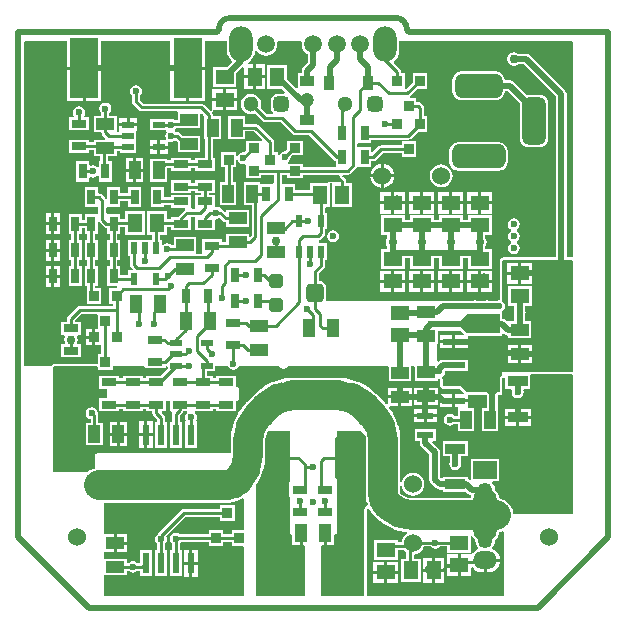
<source format=gtl>
G04*
G04 #@! TF.GenerationSoftware,Altium Limited,CircuitStudio,1.5.2 (1.5.2.30)*
G04*
G04 Layer_Physical_Order=1*
G04 Layer_Color=11767835*
%FSLAX44Y44*%
%MOMM*%
G71*
G01*
G75*
%ADD10R,1.3000X1.6000*%
%ADD11R,1.0000X1.5240*%
%ADD12R,0.7000X1.3000*%
%ADD13R,0.9144X0.8128*%
%ADD14R,0.8128X0.9144*%
%ADD15R,0.6000X1.8000*%
%ADD16R,1.5240X1.0000*%
%ADD17R,1.3000X0.7000*%
G04:AMPARAMS|DCode=18|XSize=1.6mm|YSize=1.5mm|CornerRadius=0.375mm|HoleSize=0mm|Usage=FLASHONLY|Rotation=270.000|XOffset=0mm|YOffset=0mm|HoleType=Round|Shape=RoundedRectangle|*
%AMROUNDEDRECTD18*
21,1,1.6000,0.7500,0,0,270.0*
21,1,0.8500,1.5000,0,0,270.0*
1,1,0.7500,-0.3750,-0.4250*
1,1,0.7500,-0.3750,0.4250*
1,1,0.7500,0.3750,0.4250*
1,1,0.7500,0.3750,-0.4250*
%
%ADD18ROUNDEDRECTD18*%
G04:AMPARAMS|DCode=19|XSize=1.2mm|YSize=1.2mm|CornerRadius=0.3mm|HoleSize=0mm|Usage=FLASHONLY|Rotation=270.000|XOffset=0mm|YOffset=0mm|HoleType=Round|Shape=RoundedRectangle|*
%AMROUNDEDRECTD19*
21,1,1.2000,0.6000,0,0,270.0*
21,1,0.6000,1.2000,0,0,270.0*
1,1,0.6000,-0.3000,-0.3000*
1,1,0.6000,-0.3000,0.3000*
1,1,0.6000,0.3000,0.3000*
1,1,0.6000,0.3000,-0.3000*
%
%ADD19ROUNDEDRECTD19*%
%ADD20R,1.6000X1.3000*%
%ADD21R,1.2200X0.9100*%
%ADD22R,1.6000X3.5000*%
G04:AMPARAMS|DCode=23|XSize=1.6mm|YSize=3.5mm|CornerRadius=0.2mm|HoleSize=0mm|Usage=FLASHONLY|Rotation=0.000|XOffset=0mm|YOffset=0mm|HoleType=Round|Shape=RoundedRectangle|*
%AMROUNDEDRECTD23*
21,1,1.6000,3.1000,0,0,0.0*
21,1,1.2000,3.5000,0,0,0.0*
1,1,0.4000,0.6000,-1.5500*
1,1,0.4000,-0.6000,-1.5500*
1,1,0.4000,-0.6000,1.5500*
1,1,0.4000,0.6000,1.5500*
%
%ADD23ROUNDEDRECTD23*%
%ADD24R,1.4500X0.6000*%
%ADD25R,1.4000X0.6000*%
%ADD26R,1.7020X0.9140*%
%ADD27R,0.9100X1.2200*%
%ADD28R,1.0000X0.6000*%
%ADD29R,1.8900X0.5400*%
%ADD30R,0.2500X0.2500*%
%ADD31R,2.4130X5.0800*%
%ADD32R,0.6000X1.0000*%
%ADD33C,0.2540*%
%ADD34C,0.2500*%
%ADD35C,0.5000*%
%ADD36C,2.5000*%
%ADD37C,1.5240*%
%ADD38R,2.0000X1.5000*%
%ADD39C,2.0000*%
%ADD40O,2.0000X1.5000*%
%ADD41C,2.5400*%
%ADD42O,2.0000X3.0000*%
%ADD43C,1.5000*%
G04:AMPARAMS|DCode=44|XSize=2mm|YSize=4mm|CornerRadius=0.5mm|HoleSize=0mm|Usage=FLASHONLY|Rotation=180.000|XOffset=0mm|YOffset=0mm|HoleType=Round|Shape=RoundedRectangle|*
%AMROUNDEDRECTD44*
21,1,2.0000,3.0000,0,0,180.0*
21,1,1.0000,4.0000,0,0,180.0*
1,1,1.0000,-0.5000,1.5000*
1,1,1.0000,0.5000,1.5000*
1,1,1.0000,0.5000,-1.5000*
1,1,1.0000,-0.5000,-1.5000*
%
%ADD44ROUNDEDRECTD44*%
G04:AMPARAMS|DCode=45|XSize=2mm|YSize=4.5mm|CornerRadius=0.5mm|HoleSize=0mm|Usage=FLASHONLY|Rotation=270.000|XOffset=0mm|YOffset=0mm|HoleType=Round|Shape=RoundedRectangle|*
%AMROUNDEDRECTD45*
21,1,2.0000,3.5000,0,0,270.0*
21,1,1.0000,4.5000,0,0,270.0*
1,1,1.0000,-1.7500,-0.5000*
1,1,1.0000,-1.7500,0.5000*
1,1,1.0000,1.7500,0.5000*
1,1,1.0000,1.7500,-0.5000*
%
%ADD45ROUNDEDRECTD45*%
G04:AMPARAMS|DCode=46|XSize=2mm|YSize=4mm|CornerRadius=0.5mm|HoleSize=0mm|Usage=FLASHONLY|Rotation=90.000|XOffset=0mm|YOffset=0mm|HoleType=Round|Shape=RoundedRectangle|*
%AMROUNDEDRECTD46*
21,1,2.0000,3.0000,0,0,90.0*
21,1,1.0000,4.0000,0,0,90.0*
1,1,1.0000,1.5000,0.5000*
1,1,1.0000,1.5000,-0.5000*
1,1,1.0000,-1.5000,-0.5000*
1,1,1.0000,-1.5000,0.5000*
%
%ADD46ROUNDEDRECTD46*%
%ADD47C,1.3000*%
G04:AMPARAMS|DCode=48|XSize=1.3mm|YSize=1.3mm|CornerRadius=0.325mm|HoleSize=0mm|Usage=FLASHONLY|Rotation=180.000|XOffset=0mm|YOffset=0mm|HoleType=Round|Shape=RoundedRectangle|*
%AMROUNDEDRECTD48*
21,1,1.3000,0.6500,0,0,180.0*
21,1,0.6500,1.3000,0,0,180.0*
1,1,0.6500,-0.3250,0.3250*
1,1,0.6500,0.3250,0.3250*
1,1,0.6500,0.3250,-0.3250*
1,1,0.6500,-0.3250,-0.3250*
%
%ADD48ROUNDEDRECTD48*%
%ADD49C,0.6000*%
%ADD50C,0.7500*%
%ADD51C,1.2500*%
%ADD52C,1.2000*%
G36*
X454605Y716798D02*
X455093Y716293D01*
X455156Y715820D01*
X455136Y715620D01*
X455165Y715523D01*
Y715422D01*
X455280Y715145D01*
X455367Y714859D01*
X455431Y714780D01*
X455470Y714687D01*
X455682Y714475D01*
X455872Y714243D01*
X455961Y714196D01*
X456032Y714124D01*
X456558Y713773D01*
X457774Y712558D01*
X458159Y711980D01*
X458193Y711810D01*
X457391Y710540D01*
X450321D01*
X449942Y711108D01*
X449280Y711550D01*
X448500Y711705D01*
X446500D01*
X445719Y711550D01*
X445058Y711108D01*
X444616Y710446D01*
X444527Y710000D01*
X429500D01*
Y704334D01*
X417500D01*
Y709500D01*
X406500D01*
X405834Y710494D01*
Y717090D01*
X410516D01*
Y714360D01*
X423660D01*
Y717090D01*
X454246D01*
X454605Y716798D01*
D02*
G37*
G36*
X476633Y496367D02*
X476924Y495410D01*
X477244Y492152D01*
X477158Y447369D01*
X477123Y447302D01*
X477093Y447004D01*
X477035Y446711D01*
X477055Y446611D01*
X477045Y446511D01*
X477531Y441570D01*
X477590Y441378D01*
X477609Y441178D01*
X478611Y437876D01*
X478591Y437662D01*
X478443Y437224D01*
X477963Y436504D01*
X477744Y436363D01*
X477507Y436253D01*
X477412Y436149D01*
X477294Y436073D01*
X476581Y435383D01*
X476572Y435369D01*
X476558Y435359D01*
X476346Y435042D01*
X476129Y434728D01*
X476125Y434712D01*
X476116Y434698D01*
X476041Y434324D01*
X475961Y433951D01*
X475964Y433934D01*
X475961Y433918D01*
X475961Y370898D01*
X475961Y370898D01*
Y360898D01*
X475961Y360898D01*
X474844Y360000D01*
X439500D01*
X439500Y402942D01*
X440398Y403840D01*
X441390D01*
Y414000D01*
X443930D01*
Y403840D01*
X450200D01*
Y412104D01*
X451098Y413001D01*
X452500Y413000D01*
Y474166D01*
X459000D01*
X460276Y474420D01*
X461357Y475143D01*
X462080Y476224D01*
X462334Y477500D01*
X462080Y478776D01*
X461357Y479857D01*
X460276Y480580D01*
X459000Y480834D01*
X452500D01*
Y500000D01*
X473000Y500000D01*
X476633Y496367D01*
D02*
G37*
G36*
X518630Y554102D02*
Y542660D01*
X537870D01*
Y543733D01*
X539089Y544799D01*
X539412Y544758D01*
X539731Y544431D01*
X540235Y543622D01*
X540211Y543500D01*
Y543299D01*
Y539187D01*
X540211Y539187D01*
X540211Y539187D01*
Y538000D01*
X540366Y537220D01*
X540808Y536558D01*
X541470Y536116D01*
X542250Y535961D01*
X543437D01*
X551159Y535961D01*
X556455D01*
X556640Y535924D01*
X556797Y535819D01*
X560214Y532402D01*
X560309Y532260D01*
X559904Y531239D01*
X559666Y530990D01*
X553020D01*
Y527020D01*
X563740D01*
Y530671D01*
X563901Y530703D01*
X563901Y530703D01*
X563901D01*
X563941Y530711D01*
X579211D01*
X579379Y530677D01*
X579412Y530510D01*
Y519910D01*
Y519370D01*
X575410D01*
Y500130D01*
X589410D01*
Y519370D01*
X588588D01*
Y530510D01*
X588621Y530677D01*
X588789Y530711D01*
X590750D01*
X590947Y530750D01*
X590947D01*
X591075Y530775D01*
X591115Y530783D01*
X591115D01*
X591115Y530783D01*
X591530Y530866D01*
X592192Y531308D01*
X592634Y531969D01*
X592717Y532385D01*
X592717Y532385D01*
Y532385D01*
X592750Y532553D01*
Y532553D01*
X592789Y532750D01*
Y544799D01*
X592822Y544967D01*
X592898Y544981D01*
X593083Y545058D01*
X593280Y545098D01*
X593447Y545209D01*
X593633Y545286D01*
X593775Y545428D01*
X593942Y545540D01*
X595029Y544892D01*
X595240Y544730D01*
Y535650D01*
X600198D01*
X600376Y535449D01*
X600976Y534380D01*
X600652Y532750D01*
X601040Y530799D01*
X602145Y529145D01*
X603799Y528040D01*
X605750Y527652D01*
X607701Y528040D01*
X609355Y529145D01*
X610460Y530799D01*
X610848Y532750D01*
X610524Y534380D01*
X611124Y535449D01*
X611302Y535650D01*
X616260D01*
Y547063D01*
X617158Y547961D01*
X651602Y547961D01*
X651602Y547961D01*
X652500Y546844D01*
X652500Y430898D01*
X651602Y430000D01*
X601754D01*
X601454Y432280D01*
X601368Y432533D01*
X601316Y432794D01*
X600056Y435836D01*
X599907Y436058D01*
X599790Y436297D01*
X597785Y438909D01*
X597585Y439085D01*
X597409Y439286D01*
X594797Y441290D01*
X594558Y441408D01*
X594336Y441556D01*
X591294Y442816D01*
X591033Y442868D01*
X590780Y442954D01*
X590144Y443037D01*
X589941Y444583D01*
X588732Y447502D01*
X586808Y450009D01*
X586554Y450204D01*
X586571Y450336D01*
X586287Y452490D01*
X585456Y454497D01*
X584241Y456080D01*
X584523Y457350D01*
X590250D01*
Y476350D01*
X566250D01*
Y458969D01*
X566238Y458955D01*
X564980Y458348D01*
X563976Y459019D01*
X563260Y459161D01*
Y461350D01*
X542240D01*
Y460545D01*
X540970Y460019D01*
X540088Y460900D01*
Y482000D01*
X539739Y483756D01*
X538744Y485244D01*
X533259Y490730D01*
X533785Y492000D01*
X536500D01*
Y502000D01*
X518500D01*
Y492000D01*
X522912D01*
Y490000D01*
X523261Y488244D01*
X524256Y486756D01*
X530912Y480099D01*
Y459000D01*
X531261Y457244D01*
X532256Y455756D01*
X536475Y451536D01*
X537964Y450541D01*
X539720Y450192D01*
X542240D01*
Y448210D01*
X562301D01*
X563419Y447092D01*
X564908Y446097D01*
X565743Y445931D01*
X566557Y444586D01*
X566551Y444524D01*
X566399Y443369D01*
X517097Y443293D01*
X516837Y443241D01*
X513940Y443526D01*
X510902Y444448D01*
X508102Y445944D01*
X506227Y447483D01*
X506229Y453381D01*
X507499Y453464D01*
X507627Y452489D01*
X508597Y450149D01*
X510139Y448139D01*
X512148Y446597D01*
X514488Y445628D01*
X517000Y445297D01*
X519511Y445628D01*
X521851Y446597D01*
X523861Y448139D01*
X525403Y450149D01*
X526372Y452489D01*
X526703Y455000D01*
X526372Y457511D01*
X525403Y459851D01*
X523861Y461861D01*
X521851Y463403D01*
X519511Y464372D01*
X517000Y464703D01*
X514488Y464372D01*
X512148Y463403D01*
X510139Y461861D01*
X508597Y459851D01*
X507627Y457511D01*
X507500Y456544D01*
X506230Y456628D01*
X506243Y491712D01*
X506271Y491924D01*
X506335Y492250D01*
Y492250D01*
X506322Y492316D01*
X506331Y492383D01*
X505961Y498030D01*
X505926Y498159D01*
Y498294D01*
X504822Y503843D01*
X504771Y503968D01*
X504753Y504101D01*
X502934Y509459D01*
X502867Y509576D01*
X502832Y509706D01*
X500330Y514780D01*
X500248Y514887D01*
X500196Y515011D01*
X497053Y519716D01*
X496958Y519811D01*
X496890Y519928D01*
X496582Y520280D01*
X497157Y521550D01*
X504730D01*
Y527820D01*
X495840D01*
Y523052D01*
X494570Y522574D01*
X493160Y524182D01*
X493099Y524228D01*
X493056Y524292D01*
X485922Y531301D01*
X485814Y531442D01*
X485629Y531719D01*
X485573Y531756D01*
X485532Y531810D01*
X481278Y535541D01*
X481161Y535608D01*
X481066Y535703D01*
X476361Y538847D01*
X476237Y538898D01*
X476130Y538980D01*
X471055Y541483D01*
X470925Y541517D01*
X470809Y541585D01*
X465451Y543403D01*
X465318Y543421D01*
X465193Y543472D01*
X459644Y544576D01*
X459509D01*
X459379Y544611D01*
X453733Y544981D01*
X453666Y544972D01*
X453600Y544986D01*
X453600D01*
X453597Y544985D01*
X453595Y544986D01*
X416027Y544894D01*
X415826Y544921D01*
X415500Y544986D01*
X415500D01*
X415434Y544972D01*
X415367Y544981D01*
X409720Y544611D01*
X409590Y544576D01*
X409456D01*
X403906Y543472D01*
X403782Y543421D01*
X403649Y543403D01*
X398291Y541585D01*
X398174Y541517D01*
X398044Y541483D01*
X392970Y538980D01*
X392863Y538898D01*
X392738Y538847D01*
X388034Y535703D01*
X387939Y535608D01*
X387822Y535541D01*
X383568Y531810D01*
X383521Y531749D01*
X383458Y531706D01*
X376449Y524572D01*
X376308Y524464D01*
X376031Y524279D01*
X375994Y524223D01*
X375940Y524182D01*
X372209Y519928D01*
X372142Y519811D01*
X372047Y519716D01*
X368903Y515011D01*
X368852Y514887D01*
X368770Y514780D01*
X366267Y509706D01*
X366232Y509576D01*
X366165Y509459D01*
X364346Y504101D01*
X364329Y503968D01*
X364277Y503843D01*
X363173Y498294D01*
Y498159D01*
X363139Y498030D01*
X362769Y492383D01*
X362777Y492316D01*
X362764Y492250D01*
Y492250D01*
X362766Y492243D01*
X362764Y492235D01*
X362835Y482491D01*
X361941Y481589D01*
X250000D01*
X249219Y481434D01*
X248558Y480992D01*
X248116Y480330D01*
X247961Y479550D01*
Y468418D01*
X247469Y468354D01*
X247217Y468268D01*
X246955Y468216D01*
X243913Y466956D01*
X243692Y466808D01*
X243452Y466690D01*
X241250Y465000D01*
X212500D01*
X212500Y554031D01*
X212642Y554244D01*
X213256Y554858D01*
X213413Y554963D01*
X213599Y555000D01*
X249614D01*
X249614Y554999D01*
X250512Y554102D01*
Y551840D01*
X262640D01*
Y555000D01*
X289602D01*
X290500Y554102D01*
Y553000D01*
X307500D01*
Y555000D01*
X308849D01*
X309748Y554102D01*
Y553216D01*
X303282Y546750D01*
X291100D01*
Y544584D01*
X288300D01*
Y546750D01*
X271300D01*
Y544584D01*
X268500D01*
Y546750D01*
X251500D01*
Y535750D01*
X257996D01*
Y527750D01*
X251500D01*
Y516750D01*
X268500D01*
Y518916D01*
X271300D01*
Y516750D01*
X288300D01*
Y518916D01*
X291100D01*
Y516750D01*
X296266D01*
Y515400D01*
X296519Y514124D01*
X297242Y513043D01*
X300316Y509969D01*
Y508000D01*
X298650D01*
Y486000D01*
X308650D01*
Y508000D01*
X306984D01*
Y511350D01*
X306730Y512626D01*
X306007Y513707D01*
X304138Y515577D01*
X304624Y516750D01*
X308100D01*
Y525711D01*
X310900D01*
Y516750D01*
X312476D01*
X313201Y515480D01*
X313016Y514551D01*
Y508000D01*
X311350D01*
Y486000D01*
X321350D01*
Y508000D01*
X319684D01*
Y513170D01*
X321757Y515243D01*
X322191Y515891D01*
X322480Y516324D01*
X322565Y516750D01*
X325547D01*
X325932Y515480D01*
X325445Y515155D01*
X324340Y513501D01*
X323952Y511550D01*
X324340Y509599D01*
X324660Y509120D01*
X324061Y508000D01*
X324050D01*
Y486000D01*
X334050D01*
Y508000D01*
X334038D01*
X333440Y509120D01*
X333760Y509599D01*
X334148Y511550D01*
X333760Y513501D01*
X332655Y515155D01*
X332168Y515480D01*
X332553Y516750D01*
X347700D01*
Y518916D01*
X350500D01*
Y516750D01*
X367500D01*
Y525711D01*
X368280Y525866D01*
X368942Y526308D01*
X369384Y526970D01*
X369539Y527750D01*
Y535750D01*
X369384Y536530D01*
X368942Y537192D01*
X368280Y537634D01*
X367500Y537789D01*
Y546750D01*
X350500D01*
Y544584D01*
X347700D01*
Y546750D01*
X342534D01*
Y550500D01*
X349752D01*
Y555000D01*
X360323D01*
X361395Y553395D01*
X363049Y552290D01*
X365000Y551902D01*
X366951Y552290D01*
X368605Y553395D01*
X369677Y555000D01*
X403491D01*
X403895Y554395D01*
X405549Y553290D01*
X407500Y552902D01*
X409451Y553290D01*
X411105Y554395D01*
X411509Y555000D01*
X495482Y555000D01*
X496380Y554102D01*
Y542410D01*
X515620D01*
Y555000D01*
X517732D01*
X518630Y554102D01*
D02*
G37*
G36*
X647088Y645000D02*
X647088D01*
X651602D01*
X651602Y645000D01*
X652500Y644189D01*
X652500Y550898D01*
X651602Y550000D01*
X617158Y550000D01*
X617158Y550000D01*
X617158Y550000D01*
X592500Y550000D01*
Y546982D01*
X592500Y546982D01*
X592425Y546967D01*
X592425D01*
X592424Y546967D01*
X592303Y546942D01*
X592117Y546866D01*
X592014Y546797D01*
X591690Y546662D01*
X591690Y546662D01*
X591689Y546662D01*
X591408Y546381D01*
X591127Y546100D01*
X591127Y546100D01*
X591127Y546099D01*
X590997Y545785D01*
X590922Y545604D01*
X590905Y545579D01*
X590899Y545550D01*
X590822Y545365D01*
Y545364D01*
X590822Y545364D01*
X590789Y545197D01*
Y544996D01*
X590750Y544799D01*
Y532750D01*
X588789D01*
X588592Y532711D01*
X588391D01*
X588223Y532677D01*
X588223D01*
X588038Y532601D01*
X588009Y532595D01*
X587984Y532578D01*
X587845Y532521D01*
X587488Y532373D01*
X587488Y532373D01*
X586926Y531810D01*
X586778Y531453D01*
X586721Y531315D01*
X586704Y531290D01*
X586698Y531261D01*
X586621Y531075D01*
Y531075D01*
X586588Y530908D01*
Y530707D01*
X586549Y530510D01*
Y519910D01*
X581451D01*
Y530510D01*
X581412Y530707D01*
Y530908D01*
X581379Y531075D01*
Y531075D01*
X581302Y531261D01*
X581296Y531290D01*
X581279Y531315D01*
X581222Y531454D01*
X581074Y531810D01*
X581074Y531810D01*
X580511Y532373D01*
X580154Y532521D01*
X580016Y532578D01*
X579991Y532595D01*
X579962Y532601D01*
X579776Y532677D01*
X579776D01*
X579609Y532711D01*
X579408D01*
X579211Y532750D01*
X563941D01*
X563780Y532734D01*
X563757Y532737D01*
X563624Y532721D01*
X563543Y532711D01*
X563405Y532750D01*
X562750D01*
X562490Y533010D01*
X562411Y533032D01*
X562011Y533380D01*
X562007Y533388D01*
X562005Y533393D01*
X561910Y533535D01*
X561768Y533677D01*
X561656Y533844D01*
X558239Y537261D01*
X558072Y537372D01*
X557930Y537514D01*
X557773Y537619D01*
X557773Y537619D01*
X557587Y537696D01*
X557578Y537703D01*
X557566Y537705D01*
X557447Y537754D01*
X557245Y537838D01*
X557235Y537845D01*
X557223Y537847D01*
X557038Y537924D01*
X556852Y537961D01*
X556651D01*
X556455Y538000D01*
X544654Y538000D01*
X543437D01*
X542451D01*
D01*
X542250D01*
Y539187D01*
Y543299D01*
Y543500D01*
X542235Y543574D01*
Y543591D01*
X542247Y543957D01*
X542235Y543988D01*
Y544020D01*
X542095Y544358D01*
X541965Y544701D01*
X541461Y545510D01*
X542270Y546504D01*
X542855Y546895D01*
X543960Y548549D01*
X544348Y550500D01*
X544799Y551050D01*
X563200D01*
Y560450D01*
X540300D01*
Y559859D01*
X539006Y558994D01*
X538673Y558662D01*
X537500Y559148D01*
Y573590D01*
X537870D01*
Y585000D01*
X557616D01*
X560356Y582260D01*
X559830Y580990D01*
X553020D01*
Y577020D01*
X563740D01*
Y580711D01*
X590750D01*
X591530Y580866D01*
X592192Y581308D01*
X592634Y581969D01*
X592652Y582063D01*
X594030Y582481D01*
X594506Y582006D01*
X595994Y581011D01*
X597630Y580686D01*
Y578910D01*
X616870D01*
Y592910D01*
X611838D01*
Y598617D01*
X611960Y598799D01*
X612348Y600750D01*
X612088Y602056D01*
Y606000D01*
X617500D01*
Y623000D01*
X597500D01*
Y606000D01*
X602912D01*
Y603257D01*
X602540Y602701D01*
X602152Y600750D01*
X602540Y598799D01*
X602662Y598617D01*
Y592910D01*
X597630D01*
X597630Y592910D01*
Y592910D01*
X596377Y593111D01*
X595494Y593994D01*
X594006Y594989D01*
X592789Y595231D01*
Y598750D01*
X592634Y599530D01*
X592500Y599731D01*
Y601407D01*
X593605Y602145D01*
X594710Y603799D01*
X595098Y605750D01*
X594710Y607701D01*
X593605Y609355D01*
X592500Y610093D01*
Y612051D01*
Y612051D01*
Y643901D01*
X592537Y644087D01*
X592642Y644244D01*
X593256Y644858D01*
X593413Y644963D01*
X593599Y645000D01*
X647088Y645000D01*
D02*
G37*
G36*
X590750Y582750D02*
X562750D01*
X557500Y588000D01*
X542250Y588000D01*
Y593500D01*
X557500Y593500D01*
X562750Y598750D01*
X590750D01*
Y582750D01*
D02*
G37*
G36*
X652500Y829102D02*
X652500Y648159D01*
X652480Y648083D01*
X652455Y648009D01*
X652314Y647773D01*
X651602Y647039D01*
X647088D01*
Y785000D01*
X646739Y786756D01*
X645744Y788244D01*
X615744Y818244D01*
X614256Y819239D01*
X612500Y819588D01*
X605983D01*
X604743Y820416D01*
X602500Y820863D01*
X600256Y820416D01*
X598354Y819145D01*
X597084Y817243D01*
X596637Y815000D01*
X597084Y812756D01*
X598354Y810854D01*
X600256Y809584D01*
X602500Y809137D01*
X604743Y809584D01*
X605983Y810412D01*
X610599D01*
X637912Y783099D01*
Y647937D01*
X637014Y647039D01*
X593599Y647039D01*
X593402Y647000D01*
X593201Y647000D01*
X593016Y646963D01*
X593016D01*
X593015Y646963D01*
X593015Y646963D01*
X592830Y646886D01*
X592818Y646884D01*
X592809Y646877D01*
X592693Y646830D01*
X592487Y646744D01*
X592476Y646742D01*
X592466Y646735D01*
X592280Y646658D01*
X592280Y646658D01*
X592280Y646658D01*
X592280Y646658D01*
X592123Y646553D01*
X591981Y646412D01*
X591814Y646300D01*
X591200Y645686D01*
X591088Y645519D01*
X590946Y645377D01*
X590841Y645219D01*
X590765Y645034D01*
X590758Y645024D01*
X590756Y645013D01*
X590672Y644810D01*
X590622Y644691D01*
X590616Y644681D01*
X590614Y644670D01*
X590537Y644484D01*
X590537Y644484D01*
X590500Y644299D01*
Y644098D01*
X590461Y643901D01*
Y612051D01*
Y612051D01*
Y611226D01*
X590000Y610848D01*
X588049Y610460D01*
X587867Y610338D01*
X582133D01*
X581951Y610460D01*
X580000Y610848D01*
X578049Y610460D01*
X577867Y610338D01*
X571883D01*
X571701Y610460D01*
X569750Y610848D01*
X567799Y610460D01*
X567617Y610338D01*
X563200D01*
Y610450D01*
X540300D01*
Y610000D01*
X444239Y610000D01*
X443318Y611270D01*
X443613Y612750D01*
Y621250D01*
X443166Y623493D01*
X441895Y625396D01*
X439994Y626666D01*
X437750Y627113D01*
X437500Y627363D01*
Y633785D01*
X441857Y638142D01*
X442580Y639224D01*
X442833Y640500D01*
Y644998D01*
X444499D01*
Y658998D01*
X438398D01*
X437500Y659896D01*
Y661766D01*
X438276Y661920D01*
X439357Y662643D01*
X441857Y665142D01*
X442580Y666224D01*
X442833Y667500D01*
Y671002D01*
X444499D01*
Y685002D01*
X442833D01*
Y689000D01*
X442830Y689018D01*
X443635Y690000D01*
X446500D01*
Y709666D01*
X448500D01*
Y690000D01*
X465500D01*
Y710000D01*
X460334D01*
Y711500D01*
X460080Y712776D01*
X459357Y713857D01*
X457858Y715357D01*
X457165Y715820D01*
X457551Y717090D01*
X461924D01*
X463200Y717344D01*
X464281Y718066D01*
X468857Y722642D01*
X469307Y723315D01*
X470500Y723500D01*
X470502D01*
X470830Y723500D01*
X481500D01*
Y728686D01*
X483500D01*
X484558Y728897D01*
X484768Y728939D01*
X485843Y729657D01*
X491519Y735332D01*
X507372D01*
Y732074D01*
X519500D01*
Y745218D01*
X507372D01*
Y741960D01*
X490146D01*
X489088Y741749D01*
X488878Y741707D01*
X487803Y740989D01*
X482770Y735956D01*
X481500Y736482D01*
Y740500D01*
X471104D01*
X470500Y740500D01*
X469834Y741494D01*
X469834Y741494D01*
Y742506D01*
X470500Y743500D01*
X471104Y743500D01*
X481500D01*
Y746666D01*
X513114D01*
X514390Y746920D01*
X515471Y747642D01*
X521079Y753250D01*
X529000D01*
Y766394D01*
X526270D01*
Y773564D01*
X526016Y774840D01*
X525294Y775921D01*
X523461Y777753D01*
X522380Y778476D01*
X521104Y778730D01*
X519500D01*
Y781968D01*
X514501D01*
X514116Y783238D01*
X514721Y783642D01*
X521079Y790000D01*
X529000D01*
Y803144D01*
X516872D01*
Y795223D01*
X510983Y789334D01*
X510842D01*
X509848Y790000D01*
Y803144D01*
X507118D01*
Y803716D01*
X506864Y804992D01*
X506575Y805425D01*
X506142Y806073D01*
X500598Y811617D01*
X500681Y812884D01*
X502058Y813941D01*
X503982Y816448D01*
X505191Y819367D01*
X505603Y822500D01*
Y830000D01*
X651602Y830000D01*
X652500Y829102D01*
D02*
G37*
G36*
X480092Y434395D02*
X481544Y431679D01*
X481671Y431524D01*
X481766Y431347D01*
X484916Y427509D01*
X484994Y427445D01*
X485050Y427360D01*
X485209Y427254D01*
X489422Y423559D01*
X489539Y423492D01*
X489634Y423397D01*
X494338Y420253D01*
X494463Y420202D01*
X494570Y420120D01*
X499644Y417617D01*
X499774Y417583D01*
X499891Y417515D01*
X505249Y415696D01*
X505382Y415679D01*
X505506Y415628D01*
X511056Y414524D01*
X511190D01*
X511320Y414489D01*
X511599Y414470D01*
X511859Y413181D01*
X510139Y411861D01*
X508597Y409851D01*
X507627Y407511D01*
X507430Y406013D01*
X504000D01*
Y408000D01*
X484000D01*
Y391000D01*
X504000D01*
Y399345D01*
X509213D01*
X510139Y398139D01*
X511166Y397351D01*
Y392000D01*
X507000D01*
Y372000D01*
X524000D01*
Y392000D01*
X517834D01*
Y395407D01*
X519511Y395628D01*
X521851Y396597D01*
X523861Y398139D01*
X525403Y400149D01*
X526305Y402326D01*
X532214D01*
X532395Y402055D01*
X534049Y400950D01*
X536000Y400562D01*
X537951Y400950D01*
X539604Y402055D01*
X539785Y402326D01*
X546000D01*
Y397000D01*
X566000D01*
Y410948D01*
X567270Y411201D01*
X567768Y409998D01*
X569691Y407491D01*
X569946Y407296D01*
X569929Y407164D01*
X570212Y405010D01*
X571044Y403003D01*
X572243Y401440D01*
X572208Y400715D01*
X571997Y399963D01*
X570686Y399420D01*
X568589Y397811D01*
X567472Y396355D01*
X566540Y395540D01*
Y395540D01*
X557270D01*
Y386500D01*
Y377460D01*
X566540D01*
Y384074D01*
X567810Y384505D01*
X568589Y383489D01*
X570686Y381880D01*
X573129Y380868D01*
X575750Y380523D01*
X576980D01*
Y390650D01*
X578250D01*
Y391920D01*
X590709D01*
X590531Y393271D01*
X589520Y395713D01*
X587910Y397811D01*
X585813Y399420D01*
X584503Y399963D01*
X584292Y400715D01*
X584256Y401440D01*
X585456Y403003D01*
X586287Y405010D01*
X586571Y407164D01*
X586554Y407296D01*
X586808Y407491D01*
X588732Y409998D01*
X589941Y412917D01*
X590144Y414463D01*
X590780Y414546D01*
X591033Y414632D01*
X591294Y414684D01*
X592944Y415367D01*
X594000Y414662D01*
X594000Y360000D01*
X478898Y360000D01*
X478000Y360898D01*
Y370898D01*
X478000Y370898D01*
X478000Y433918D01*
X478713Y434608D01*
X480092Y434395D01*
D02*
G37*
G36*
X224080Y830000D02*
Y830000D01*
Y808270D01*
X238685D01*
X253290D01*
Y829102D01*
Y830000D01*
X254188D01*
X254188Y830000D01*
X311710Y830000D01*
Y830000D01*
Y808270D01*
X326315D01*
X340920D01*
Y829102D01*
Y830000D01*
X341818D01*
D01*
X350000D01*
X359396D01*
D01*
Y822500D01*
X359809Y819367D01*
X361018Y816448D01*
X362941Y813941D01*
X363598Y813437D01*
X363681Y812170D01*
X360000Y808488D01*
X359511Y808000D01*
X347500D01*
Y791000D01*
X367500D01*
Y803011D01*
X372787Y808298D01*
X373960Y807812D01*
Y801270D01*
X381730D01*
Y810540D01*
X377302D01*
X377049Y811810D01*
X377552Y812018D01*
X380058Y813941D01*
X381982Y816448D01*
X383191Y819367D01*
X383480Y821563D01*
X384808Y821919D01*
X385724Y820724D01*
X387709Y819202D01*
X390020Y818244D01*
X392500Y817918D01*
X394980Y818244D01*
X397291Y819202D01*
X399275Y820724D01*
X400798Y822709D01*
X401755Y825020D01*
X402082Y827500D01*
X401920Y828730D01*
X403034Y830000D01*
X421966D01*
X423080Y828730D01*
X422918Y827500D01*
X423245Y825020D01*
X424202Y822709D01*
X425724Y820724D01*
X427709Y819202D01*
X427912Y819118D01*
Y811900D01*
X424256Y808244D01*
X423261Y806756D01*
X422912Y805000D01*
Y802900D01*
X419400D01*
Y790885D01*
X418130Y790359D01*
X410500Y797989D01*
Y810000D01*
X393500D01*
Y790000D01*
X405511D01*
X408772Y786740D01*
X408112Y785603D01*
X401950D01*
X399902Y785195D01*
X398165Y784035D01*
X397005Y782298D01*
X396597Y780250D01*
Y773750D01*
X397005Y771702D01*
X398165Y769965D01*
X398705Y769604D01*
X398320Y768334D01*
X393181D01*
X387687Y773828D01*
X388081Y774781D01*
X388373Y777000D01*
X388081Y779219D01*
X387225Y781287D01*
X385862Y783062D01*
X385117Y783634D01*
X384857Y784023D01*
X383776Y784745D01*
X382885Y784922D01*
X382019Y785281D01*
X379800Y785573D01*
X377581Y785281D01*
X375513Y784425D01*
X373738Y783062D01*
X372375Y781287D01*
X371519Y779219D01*
X371227Y777000D01*
X371519Y774781D01*
X372375Y772713D01*
X373738Y770938D01*
X375513Y769575D01*
X377581Y768719D01*
X379800Y768427D01*
X382019Y768719D01*
X382971Y769113D01*
X389442Y762642D01*
X390524Y761920D01*
X391800Y761666D01*
X405119D01*
X415142Y751642D01*
X416224Y750920D01*
X417500Y750666D01*
X429119D01*
X450142Y729642D01*
X451224Y728920D01*
X451500Y728865D01*
Y723758D01*
X423660D01*
Y726488D01*
X411536D01*
X411151Y727758D01*
X412105Y728395D01*
X413210Y730049D01*
X413598Y732000D01*
X413534Y732319D01*
X414727Y733512D01*
X423660D01*
Y745640D01*
X410516D01*
Y738731D01*
X408819Y737034D01*
X408500Y737098D01*
X406549Y736710D01*
X404895Y735605D01*
X403790Y733951D01*
X403754Y733769D01*
X402484Y733894D01*
Y735988D01*
X399246D01*
Y744588D01*
X398992Y745864D01*
X398269Y746945D01*
X385857Y759357D01*
X384776Y760080D01*
X383500Y760334D01*
X374660D01*
Y766620D01*
X360660D01*
Y747380D01*
X374660D01*
Y753666D01*
X382119D01*
X389027Y746758D01*
X388349Y745640D01*
X375516D01*
Y737719D01*
X373829Y736032D01*
X373500Y736098D01*
X371549Y735710D01*
X369895Y734605D01*
X368790Y732951D01*
X368754Y732769D01*
X367484Y732894D01*
Y735988D01*
X354340D01*
Y723860D01*
X357598D01*
Y710620D01*
X353340D01*
Y691380D01*
X367340D01*
Y710620D01*
X364226D01*
Y723860D01*
X367484D01*
Y729106D01*
X368754Y729230D01*
X368790Y729049D01*
X369895Y727395D01*
X371549Y726290D01*
X373500Y725902D01*
X374246Y726050D01*
X375516Y725008D01*
Y714360D01*
X388660D01*
Y717090D01*
X399166D01*
Y710494D01*
X398500Y709500D01*
X387660D01*
Y710620D01*
X373660D01*
Y691380D01*
X380340D01*
Y665526D01*
X379293Y664479D01*
X378120Y664965D01*
Y666840D01*
X358880D01*
Y660314D01*
X355500D01*
Y662500D01*
X338500D01*
Y651500D01*
X338500Y651500D01*
X338500D01*
X338298Y650313D01*
X333620D01*
Y664160D01*
X314380D01*
Y657334D01*
X312785D01*
X312605Y657605D01*
X310951Y658710D01*
X309000Y659098D01*
X307049Y658710D01*
X305769Y657855D01*
X304499Y658376D01*
Y662002D01*
X302833D01*
Y666000D01*
X309000D01*
Y672666D01*
X312500D01*
Y670000D01*
X329500D01*
Y681000D01*
X330494Y681666D01*
X331506D01*
X332500Y681000D01*
Y670000D01*
X349500D01*
Y679100D01*
X350481Y679906D01*
X350500Y679902D01*
X352451Y680290D01*
X353077Y680708D01*
X355982Y677802D01*
X357064Y677080D01*
X358340Y676826D01*
X358880D01*
Y673160D01*
X378120D01*
Y687160D01*
X358880D01*
Y685994D01*
X357707Y685508D01*
X355858Y687357D01*
X354776Y688080D01*
X354406Y688154D01*
X354105Y688605D01*
X352451Y689710D01*
X350500Y690098D01*
X350481Y690094D01*
X349500Y690900D01*
Y700000D01*
X344334D01*
Y701500D01*
X349500D01*
Y712500D01*
X332500D01*
Y710334D01*
X329500D01*
Y712500D01*
X312500D01*
Y701500D01*
X329500D01*
Y703666D01*
X332500D01*
Y701500D01*
X337666D01*
Y700000D01*
X332500D01*
Y689000D01*
X331506Y688334D01*
X330494D01*
X329500Y689000D01*
X329500Y689604D01*
Y700000D01*
X312500D01*
Y697834D01*
X306000D01*
Y706500D01*
X295000D01*
Y689500D01*
X306000D01*
Y691166D01*
X312500D01*
Y689000D01*
X323814D01*
X324200Y687730D01*
X323642Y687357D01*
X318642Y682357D01*
X317920Y681276D01*
X317865Y681000D01*
X312500D01*
Y679334D01*
X309000D01*
Y686000D01*
X292000D01*
Y666000D01*
X296165D01*
Y662002D01*
X275500D01*
Y648002D01*
X277187D01*
Y641000D01*
X277397Y639942D01*
X277439Y639732D01*
X278157Y638657D01*
X279643Y637171D01*
X279156Y635998D01*
X275500D01*
Y632332D01*
X269000D01*
Y639500D01*
X266834D01*
Y644833D01*
X269000D01*
Y661833D01*
X266834D01*
Y667167D01*
X269000D01*
Y672666D01*
X273000D01*
Y666000D01*
X290000D01*
Y686000D01*
X273000D01*
Y679334D01*
X269000D01*
Y684167D01*
X258000D01*
X257334Y685161D01*
Y688506D01*
X258000Y689500D01*
X258604Y689500D01*
X269000D01*
Y694666D01*
X276000D01*
Y689500D01*
X287000D01*
Y706500D01*
X276000D01*
Y701334D01*
X269000D01*
Y706500D01*
X258000D01*
Y697185D01*
X256730Y696800D01*
X256357Y697357D01*
X253357Y700358D01*
X252276Y701080D01*
X251000Y701334D01*
X250000D01*
Y706500D01*
X239000D01*
Y689500D01*
X250000D01*
X250666Y688506D01*
Y685161D01*
X250000Y684167D01*
X249396Y684167D01*
X239000D01*
Y679001D01*
X236500D01*
Y684167D01*
X225500D01*
Y667167D01*
X227666D01*
Y661500D01*
X225500D01*
Y644500D01*
X227666D01*
Y639500D01*
X225500D01*
Y622500D01*
X236500D01*
Y639500D01*
X234334D01*
Y644500D01*
X236500D01*
Y661500D01*
X234334D01*
Y667167D01*
X236500D01*
Y672333D01*
X239000D01*
Y667167D01*
X241166D01*
Y661833D01*
X239000D01*
Y644833D01*
X241166D01*
Y639500D01*
X239000D01*
Y622500D01*
X241166D01*
Y621160D01*
X240860D01*
Y608016D01*
X252988D01*
Y621160D01*
X247834D01*
Y622500D01*
X250000D01*
Y639500D01*
X247834D01*
Y644833D01*
X250000D01*
Y661833D01*
X247834D01*
Y667167D01*
X250000D01*
Y676815D01*
X251270Y677200D01*
X251642Y676643D01*
X254976Y673309D01*
X256057Y672586D01*
X257333Y672333D01*
X258000D01*
Y667167D01*
X260166D01*
Y661833D01*
X258000D01*
Y644833D01*
X260166D01*
Y639500D01*
X258000D01*
Y622500D01*
X266025D01*
X266704Y621230D01*
X266657Y621160D01*
X260012D01*
Y608016D01*
X262742D01*
Y605834D01*
X235000D01*
X233724Y605580D01*
X232642Y604857D01*
X225142Y597357D01*
X224420Y596276D01*
X224166Y595000D01*
Y592500D01*
X219000D01*
Y581500D01*
X221910D01*
X222509Y580380D01*
X222084Y579743D01*
X221637Y577500D01*
X222084Y575256D01*
X222509Y574620D01*
X221910Y573500D01*
X219000D01*
Y562500D01*
X236000D01*
Y573500D01*
X233090D01*
X232491Y574620D01*
X232916Y575256D01*
X233363Y577500D01*
X232916Y579743D01*
X232491Y580380D01*
X233090Y581500D01*
X236000D01*
Y592500D01*
X231199D01*
X230985Y593770D01*
X236381Y599166D01*
X249614D01*
X250512Y598268D01*
Y586840D01*
X249300Y586700D01*
X248194D01*
Y579588D01*
Y572476D01*
X253242D01*
Y564984D01*
X250512D01*
Y558136D01*
X250511Y558130D01*
X250361Y557835D01*
X249614Y557039D01*
X213599D01*
X213402Y557000D01*
X213201Y557000D01*
X213015Y556963D01*
X213015D01*
X213015Y556963D01*
X213015Y556963D01*
X212830Y556886D01*
X212818Y556884D01*
X212808Y556877D01*
X212693Y556830D01*
X212487Y556744D01*
X212476Y556742D01*
X212466Y556735D01*
X212280Y556659D01*
X212280Y556658D01*
X212280Y556658D01*
X212280Y556658D01*
X212123Y556553D01*
X211981Y556412D01*
X211814Y556300D01*
X211200Y555686D01*
X211088Y555519D01*
X210946Y555377D01*
X210804Y555164D01*
X210736Y555000D01*
X188398D01*
X187500Y555898D01*
X187500Y829102D01*
X188398Y830000D01*
X224080Y830000D01*
D02*
G37*
G36*
X412500Y500000D02*
Y480834D01*
X405000D01*
X403724Y480580D01*
X402642Y479857D01*
X401920Y478776D01*
X401666Y477500D01*
X401920Y476224D01*
X402642Y475143D01*
X403724Y474420D01*
X405000Y474166D01*
X412500D01*
Y456540D01*
X412460D01*
Y444460D01*
X412500D01*
Y413000D01*
X413901Y413001D01*
X414800Y412104D01*
Y403840D01*
X421070D01*
Y414000D01*
X423610D01*
Y403840D01*
X424602D01*
X425500Y402942D01*
X425500Y360000D01*
X384898D01*
X384000Y360898D01*
X384000Y453950D01*
X385896Y456789D01*
X385948Y456913D01*
X386030Y457020D01*
X388532Y462094D01*
X388567Y462224D01*
X388634Y462341D01*
X390453Y467699D01*
X390471Y467832D01*
X390522Y467956D01*
X391626Y473506D01*
Y473641D01*
X391661Y473770D01*
X392031Y479417D01*
X392022Y479484D01*
X392035Y479550D01*
Y479550D01*
X392034Y479557D01*
X392035Y479565D01*
X391943Y492265D01*
X391891Y492516D01*
X392176Y495410D01*
X393098Y498448D01*
X393927Y500000D01*
X412500Y500000D01*
D02*
G37*
G36*
X374000Y442507D02*
X374000Y415984D01*
X363512D01*
Y412746D01*
X356488D01*
Y415984D01*
X344360D01*
Y412746D01*
X319519D01*
X318301Y413560D01*
X316350Y413948D01*
X314399Y413560D01*
X312745Y412455D01*
X311640Y410801D01*
X311252Y408850D01*
X311640Y406899D01*
X312745Y405245D01*
X313016Y405064D01*
Y399000D01*
X311350D01*
Y377000D01*
X321350D01*
Y399000D01*
X319684D01*
Y405064D01*
X319955Y405245D01*
X320511Y406078D01*
X344360D01*
Y402840D01*
X356488D01*
Y406078D01*
X363512D01*
Y402840D01*
X373102D01*
X374000Y401942D01*
X374000Y360000D01*
X255898Y360000D01*
X255000Y360898D01*
Y376727D01*
X255380Y377840D01*
X256270Y377840D01*
X274620D01*
Y381506D01*
X276321D01*
X276395Y381395D01*
X278049Y380290D01*
X280000Y379902D01*
X281951Y380290D01*
X283605Y381395D01*
X283679Y381506D01*
X285950D01*
Y377000D01*
X295950D01*
Y399000D01*
X285950D01*
Y388174D01*
X283892D01*
X283605Y388605D01*
X281951Y389710D01*
X280000Y390098D01*
X278049Y389710D01*
X276395Y388605D01*
X276107Y388174D01*
X274620D01*
Y391840D01*
X256270D01*
X255000Y392952D01*
Y397620D01*
X263730D01*
Y405160D01*
Y412700D01*
X255898D01*
X255000Y413598D01*
Y438961D01*
X361142D01*
X361142Y438961D01*
X361923Y439116D01*
X362584Y439558D01*
X362584Y439558D01*
X362836Y439810D01*
X364580Y439981D01*
X364772Y440040D01*
X364972Y440060D01*
X369723Y441501D01*
X369900Y441595D01*
X370092Y441654D01*
X372910Y443160D01*
X374000Y442507D01*
D02*
G37*
%LPC*%
G36*
X617410Y564320D02*
X608520D01*
Y558050D01*
X617410D01*
Y564320D01*
D02*
G37*
G36*
X526980Y536880D02*
X518090D01*
Y530610D01*
X526980D01*
Y536880D01*
D02*
G37*
G36*
X605980Y564320D02*
X597090D01*
Y558050D01*
X605980D01*
Y564320D01*
D02*
G37*
G36*
X538410Y536880D02*
X529520D01*
Y530610D01*
X538410D01*
Y536880D01*
D02*
G37*
G36*
X550480Y524480D02*
X539760D01*
Y520510D01*
X550480D01*
Y524480D01*
D02*
G37*
G36*
X516160Y527820D02*
X507270D01*
Y521550D01*
X516160D01*
Y527820D01*
D02*
G37*
G36*
X537290Y518540D02*
X528770D01*
Y514270D01*
X537290D01*
Y518540D01*
D02*
G37*
G36*
X563740Y524480D02*
X553020D01*
Y520510D01*
X554776D01*
X555090Y519370D01*
X555090Y519240D01*
Y513084D01*
X552036D01*
X551855Y513355D01*
X550201Y514460D01*
X548250Y514848D01*
X546299Y514460D01*
X544645Y513355D01*
X543540Y511701D01*
X543152Y509750D01*
X543540Y507799D01*
X544645Y506145D01*
X546299Y505040D01*
X548250Y504652D01*
X550201Y505040D01*
X551855Y506145D01*
X552036Y506416D01*
X555090D01*
Y500130D01*
X569090D01*
Y519370D01*
X564054D01*
X564054Y519370D01*
X563740Y520510D01*
X563740Y520640D01*
Y524480D01*
D02*
G37*
G36*
X526230Y518540D02*
X517710D01*
Y514270D01*
X526230D01*
Y518540D01*
D02*
G37*
G36*
X504730Y536630D02*
X495840D01*
Y530360D01*
X504730D01*
Y536630D01*
D02*
G37*
G36*
X516160D02*
X507270D01*
Y530360D01*
X516160D01*
Y536630D01*
D02*
G37*
G36*
X550480Y530990D02*
X539760D01*
Y527020D01*
X550480D01*
Y530990D01*
D02*
G37*
G36*
X526980Y528070D02*
X518090D01*
Y521800D01*
X526980D01*
Y528070D01*
D02*
G37*
G36*
X538410D02*
X529520D01*
Y521800D01*
X538410D01*
Y528070D01*
D02*
G37*
G36*
X534983Y625440D02*
X525713D01*
Y617670D01*
X534983D01*
Y625440D01*
D02*
G37*
G36*
X547750D02*
X538480D01*
Y617670D01*
X547750D01*
Y625440D01*
D02*
G37*
G36*
X510406D02*
X501137D01*
Y617670D01*
X510406D01*
Y625440D01*
D02*
G37*
G36*
X523173D02*
X513903D01*
Y617670D01*
X523173D01*
Y625440D01*
D02*
G37*
G36*
X584137D02*
X574867D01*
Y617670D01*
X584137D01*
Y625440D01*
D02*
G37*
G36*
X210730Y629730D02*
X205960D01*
Y621960D01*
X210730D01*
Y629730D01*
D02*
G37*
G36*
X559560Y625440D02*
X550290D01*
Y617670D01*
X559560D01*
Y625440D01*
D02*
G37*
G36*
X572327D02*
X563057D01*
Y617670D01*
X572327D01*
Y625440D01*
D02*
G37*
G36*
X550480Y574480D02*
X539760D01*
Y570510D01*
X550480D01*
Y574480D01*
D02*
G37*
G36*
X563740D02*
X553020D01*
Y570510D01*
X563740D01*
Y574480D01*
D02*
G37*
G36*
X605980Y573130D02*
X597090D01*
Y566860D01*
X605980D01*
Y573130D01*
D02*
G37*
G36*
X617410D02*
X608520D01*
Y566860D01*
X617410D01*
Y573130D01*
D02*
G37*
G36*
X245654Y586700D02*
X240320D01*
Y580858D01*
X245654D01*
Y586700D01*
D02*
G37*
G36*
X498597Y625440D02*
X489327D01*
Y617670D01*
X498597D01*
Y625440D01*
D02*
G37*
G36*
X245654Y578318D02*
X240320D01*
Y572476D01*
X245654D01*
Y578318D01*
D02*
G37*
G36*
X550480Y580990D02*
X539760D01*
Y577020D01*
X550480D01*
Y580990D01*
D02*
G37*
G36*
X543540Y392540D02*
X535770D01*
Y383270D01*
X543540D01*
Y392540D01*
D02*
G37*
G36*
X554730Y395540D02*
X545460D01*
Y387770D01*
X554730D01*
Y395540D01*
D02*
G37*
G36*
X504540Y389540D02*
X495270D01*
Y381770D01*
X504540D01*
Y389540D01*
D02*
G37*
G36*
X533230Y392540D02*
X525460D01*
Y383270D01*
X533230D01*
Y392540D01*
D02*
G37*
G36*
X275160Y403890D02*
X266270D01*
Y397620D01*
X275160D01*
Y403890D01*
D02*
G37*
G36*
Y412700D02*
X266270D01*
Y406430D01*
X275160D01*
Y412700D01*
D02*
G37*
G36*
X327780Y399540D02*
X323510D01*
Y389270D01*
X327780D01*
Y399540D01*
D02*
G37*
G36*
X334590D02*
X330320D01*
Y389270D01*
X334590D01*
Y399540D01*
D02*
G37*
G36*
X492730Y389540D02*
X483460D01*
Y381770D01*
X492730D01*
Y389540D01*
D02*
G37*
G36*
X533230Y380730D02*
X525460D01*
Y371460D01*
X533230D01*
Y380730D01*
D02*
G37*
G36*
X543540D02*
X535770D01*
Y371460D01*
X543540D01*
Y380730D01*
D02*
G37*
G36*
X492730Y379230D02*
X483460D01*
Y371460D01*
X492730D01*
Y379230D01*
D02*
G37*
G36*
X504540D02*
X495270D01*
Y371460D01*
X504540D01*
Y379230D01*
D02*
G37*
G36*
X554730Y385230D02*
X545460D01*
Y377460D01*
X554730D01*
Y385230D01*
D02*
G37*
G36*
X590709Y389380D02*
X579520D01*
Y380523D01*
X580750D01*
X583371Y380868D01*
X585813Y381880D01*
X587910Y383489D01*
X589520Y385587D01*
X590531Y388029D01*
X590709Y389380D01*
D02*
G37*
G36*
X327780Y386730D02*
X323510D01*
Y376460D01*
X327780D01*
Y386730D01*
D02*
G37*
G36*
X334590D02*
X330320D01*
Y376460D01*
X334590D01*
Y386730D01*
D02*
G37*
G36*
X604480Y510510D02*
X594700D01*
Y504670D01*
X604480D01*
Y510510D01*
D02*
G37*
G36*
X616800D02*
X607020D01*
Y504670D01*
X616800D01*
Y510510D01*
D02*
G37*
G36*
X266390Y507660D02*
X260120D01*
Y498770D01*
X266390D01*
Y507660D01*
D02*
G37*
G36*
X275200D02*
X268930D01*
Y498770D01*
X275200D01*
Y507660D01*
D02*
G37*
G36*
X604480Y518890D02*
X594700D01*
Y513050D01*
X604480D01*
Y518890D01*
D02*
G37*
G36*
X616800D02*
X607020D01*
Y513050D01*
X616800D01*
Y518890D01*
D02*
G37*
G36*
X526230Y511730D02*
X517710D01*
Y507460D01*
X526230D01*
Y511730D01*
D02*
G37*
G36*
X537290D02*
X528770D01*
Y507460D01*
X537290D01*
Y511730D01*
D02*
G37*
G36*
X296490Y508540D02*
X292220D01*
Y498270D01*
X296490D01*
Y508540D01*
D02*
G37*
G36*
X289680Y495730D02*
X285410D01*
Y485460D01*
X289680D01*
Y495730D01*
D02*
G37*
G36*
X296490D02*
X292220D01*
Y485460D01*
X296490D01*
Y495730D01*
D02*
G37*
G36*
X365988Y437160D02*
X353860D01*
Y433922D01*
X323088D01*
X321812Y433668D01*
X320730Y432945D01*
X301292Y413507D01*
X300905Y412927D01*
X300045Y412353D01*
X298940Y410699D01*
X298552Y408748D01*
X298940Y406797D01*
X300045Y405143D01*
X300316Y404962D01*
Y399000D01*
X298650D01*
Y377000D01*
X308650D01*
Y399000D01*
X306984D01*
Y404962D01*
X307255Y405143D01*
X308360Y406797D01*
X308748Y408748D01*
X308360Y410699D01*
X308181Y410966D01*
X324469Y427254D01*
X353860D01*
Y424016D01*
X365988D01*
Y437160D01*
D02*
G37*
G36*
X563260Y491790D02*
X542240D01*
Y478650D01*
X548162D01*
Y474133D01*
X548040Y473951D01*
X547652Y472000D01*
X548040Y470049D01*
X549145Y468395D01*
X550799Y467290D01*
X552750Y466902D01*
X554701Y467290D01*
X556354Y468395D01*
X557460Y470049D01*
X557848Y472000D01*
X557460Y473951D01*
X557338Y474133D01*
Y478650D01*
X563260D01*
Y491790D01*
D02*
G37*
G36*
X245000Y520098D02*
X243049Y519710D01*
X241395Y518605D01*
X240290Y516951D01*
X239902Y515000D01*
X240290Y513049D01*
X241395Y511395D01*
X243049Y510290D01*
X244006Y510100D01*
Y507120D01*
X240340D01*
Y487880D01*
X254340D01*
Y507120D01*
X250674D01*
Y512660D01*
X250420Y513936D01*
X250009Y514552D01*
X250098Y515000D01*
X249710Y516951D01*
X248605Y518605D01*
X246951Y519710D01*
X245000Y520098D01*
D02*
G37*
G36*
X289680Y508540D02*
X285410D01*
Y498270D01*
X289680D01*
Y508540D01*
D02*
G37*
G36*
X266390Y496230D02*
X260120D01*
Y487340D01*
X266390D01*
Y496230D01*
D02*
G37*
G36*
X275200D02*
X268930D01*
Y487340D01*
X275200D01*
Y496230D01*
D02*
G37*
G36*
X489730Y726330D02*
X488348Y726148D01*
X485876Y725125D01*
X483754Y723496D01*
X482125Y721374D01*
X481101Y718902D01*
X480919Y717520D01*
X489730D01*
Y726330D01*
D02*
G37*
G36*
X492270D02*
Y717520D01*
X501080D01*
X500898Y718902D01*
X499875Y721374D01*
X498246Y723496D01*
X496124Y725125D01*
X493652Y726148D01*
X492270Y726330D01*
D02*
G37*
G36*
X280000Y719460D02*
X273730D01*
Y710570D01*
X280000D01*
Y719460D01*
D02*
G37*
G36*
X288810D02*
X282540D01*
Y710570D01*
X288810D01*
Y719460D01*
D02*
G37*
G36*
Y730890D02*
X282540D01*
Y722000D01*
X288810D01*
Y730890D01*
D02*
G37*
G36*
X282500Y792848D02*
X280549Y792460D01*
X278895Y791355D01*
X277790Y789701D01*
X277402Y787750D01*
X277790Y785799D01*
X278895Y784145D01*
X279166Y783964D01*
Y779000D01*
X279420Y777724D01*
X280142Y776643D01*
X285142Y771642D01*
X286224Y770920D01*
X287500Y770666D01*
X316681D01*
X317880Y770494D01*
Y763334D01*
X315765D01*
X314451Y764212D01*
X312500Y764600D01*
X310549Y764212D01*
X310023Y763860D01*
X308752Y764500D01*
Y764500D01*
X308752Y764500D01*
X294753D01*
Y754500D01*
X308082D01*
X308156Y754418D01*
X308645Y753230D01*
X307790Y751951D01*
X307402Y750000D01*
X307790Y748049D01*
X308284Y747310D01*
X307605Y746040D01*
X303022D01*
Y741770D01*
X309293D01*
Y744602D01*
X310549Y745290D01*
X312500Y744902D01*
X314451Y745290D01*
X316105Y746395D01*
X316364Y746421D01*
X317880Y744905D01*
Y736174D01*
X337120D01*
Y750174D01*
X322041D01*
X319858Y752357D01*
X318776Y753080D01*
X317500Y753334D01*
X316286D01*
X316105Y753605D01*
X315532Y753987D01*
Y755515D01*
X316105Y755897D01*
X316618Y756666D01*
X317880D01*
Y756494D01*
X337120D01*
Y768436D01*
X338293Y768922D01*
X339647Y767568D01*
X340340Y766620D01*
X340340D01*
X340340Y766620D01*
Y747380D01*
X341166D01*
Y731500D01*
X332500D01*
Y729334D01*
X329500D01*
Y731500D01*
X312500D01*
Y729334D01*
X308590D01*
Y730350D01*
X294590D01*
Y711110D01*
X308590D01*
Y722666D01*
X312500D01*
Y720500D01*
X329500D01*
Y722666D01*
X332500D01*
Y720500D01*
X349500D01*
Y731500D01*
X347834D01*
Y747380D01*
X354340D01*
Y766620D01*
X347834D01*
Y767430D01*
X347580Y768706D01*
X346927Y769684D01*
X346859Y769786D01*
X346857Y769788D01*
X346749Y770016D01*
X346749Y770567D01*
X347344Y771369D01*
X347939Y771460D01*
X348221Y771460D01*
X348230D01*
X348230D01*
X356230D01*
Y779230D01*
X346960D01*
Y771481D01*
X346047Y770598D01*
X340288Y776357D01*
X339206Y777080D01*
X337930Y777334D01*
X288881D01*
X285834Y780381D01*
Y783964D01*
X286105Y784145D01*
X287210Y785799D01*
X287598Y787750D01*
X287210Y789701D01*
X286105Y791355D01*
X284451Y792460D01*
X282500Y792848D01*
D02*
G37*
G36*
X590000Y744560D02*
X555000D01*
X553173Y744320D01*
X551470Y743615D01*
X550008Y742493D01*
X548885Y741030D01*
X548180Y739327D01*
X547939Y737500D01*
Y727500D01*
X548180Y725673D01*
X548885Y723970D01*
X550008Y722507D01*
X551470Y721385D01*
X553173Y720680D01*
X555000Y720440D01*
X590000D01*
X591827Y720680D01*
X593530Y721385D01*
X594992Y722507D01*
X596114Y723970D01*
X596820Y725673D01*
X597060Y727500D01*
Y737500D01*
X596820Y739327D01*
X596114Y741030D01*
X594992Y742493D01*
X593530Y743615D01*
X591827Y744320D01*
X590000Y744560D01*
D02*
G37*
G36*
X280000Y730890D02*
X273730D01*
Y722000D01*
X280000D01*
Y730890D01*
D02*
G37*
G36*
X541000Y725953D02*
X538489Y725622D01*
X536148Y724653D01*
X534139Y723111D01*
X532597Y721101D01*
X531628Y718761D01*
X531297Y716250D01*
X531628Y713739D01*
X532597Y711398D01*
X534139Y709389D01*
X536148Y707847D01*
X538489Y706878D01*
X541000Y706547D01*
X543511Y706878D01*
X545851Y707847D01*
X547861Y709389D01*
X549403Y711398D01*
X550372Y713739D01*
X550703Y716250D01*
X550372Y718761D01*
X549403Y721101D01*
X547861Y723111D01*
X545851Y724653D01*
X543511Y725622D01*
X541000Y725953D01*
D02*
G37*
G36*
X510406Y702250D02*
X501137D01*
Y694480D01*
X510406D01*
Y702250D01*
D02*
G37*
G36*
X534983D02*
X525713D01*
Y694480D01*
X534983D01*
Y702250D01*
D02*
G37*
G36*
X547750D02*
X538480D01*
Y694480D01*
X547750D01*
Y702250D01*
D02*
G37*
G36*
X572327D02*
X563057D01*
Y694480D01*
X572327D01*
Y702250D01*
D02*
G37*
G36*
X489730Y714980D02*
X480919D01*
X481101Y713598D01*
X482125Y711126D01*
X483754Y709004D01*
X485876Y707375D01*
X488348Y706351D01*
X489730Y706169D01*
Y714980D01*
D02*
G37*
G36*
X501080D02*
X492270D01*
Y706169D01*
X493652Y706351D01*
X496124Y707375D01*
X498246Y709004D01*
X499875Y711126D01*
X500898Y713598D01*
X501080Y714980D01*
D02*
G37*
G36*
X559560Y702250D02*
X550290D01*
Y694480D01*
X559560D01*
Y702250D01*
D02*
G37*
G36*
X584137D02*
X574867D01*
Y694480D01*
X584137D01*
Y702250D01*
D02*
G37*
G36*
X300483Y739230D02*
X294212D01*
Y734960D01*
X300483D01*
Y739230D01*
D02*
G37*
G36*
X340920Y805730D02*
X327585D01*
Y779060D01*
X340920D01*
Y805730D01*
D02*
G37*
G36*
X356230Y789540D02*
X346960D01*
Y781770D01*
X356230D01*
Y789540D01*
D02*
G37*
G36*
X253290Y805730D02*
X239955D01*
Y779060D01*
X253290D01*
Y805730D01*
D02*
G37*
G36*
X325045D02*
X311710D01*
Y779060D01*
X325045D01*
Y805730D01*
D02*
G37*
G36*
X392040Y798730D02*
X384270D01*
Y789460D01*
X392040D01*
Y798730D01*
D02*
G37*
G36*
Y810540D02*
X384270D01*
Y801270D01*
X392040D01*
Y810540D01*
D02*
G37*
G36*
X368040Y789540D02*
X358770D01*
Y783238D01*
Y781770D01*
X368040D01*
Y789540D01*
D02*
G37*
G36*
X381730Y798730D02*
X373960D01*
Y789460D01*
X381730D01*
Y798730D01*
D02*
G37*
G36*
X237415Y805730D02*
X224080D01*
Y779060D01*
X237415D01*
Y805730D01*
D02*
G37*
G36*
X300483Y746040D02*
X294212D01*
Y741770D01*
X300483D01*
Y746040D01*
D02*
G37*
G36*
X256500Y778098D02*
X254549Y777710D01*
X252895Y776605D01*
X251790Y774951D01*
X251402Y773000D01*
X251790Y771049D01*
X251895Y770892D01*
X252895Y769395D01*
X253166Y769214D01*
Y767160D01*
X246880D01*
Y753160D01*
X253166D01*
Y753000D01*
X253420Y751724D01*
X254142Y750642D01*
X256675Y748110D01*
X256149Y746840D01*
X246880D01*
Y744584D01*
X242750D01*
Y746750D01*
X225750D01*
Y735750D01*
X242750D01*
Y737916D01*
X246880D01*
Y732840D01*
X251916D01*
Y728290D01*
X251049D01*
Y723593D01*
X249779Y723207D01*
X249654Y723395D01*
X248000Y724500D01*
X246049Y724888D01*
X244319Y724544D01*
X243049Y725210D01*
Y728290D01*
X232049D01*
Y711290D01*
X243049D01*
Y714370D01*
X244319Y715036D01*
X246049Y714692D01*
X248000Y715080D01*
X249654Y716185D01*
X249779Y716372D01*
X251049Y715987D01*
Y711290D01*
X262049D01*
Y728290D01*
X258584D01*
Y732840D01*
X266120D01*
Y737166D01*
X268748D01*
Y735500D01*
X282748D01*
Y745000D01*
Y753960D01*
X283288D01*
Y758230D01*
X275748D01*
Y759500D01*
D01*
Y758230D01*
X268208D01*
Y754299D01*
X267112Y753540D01*
X266120Y753846D01*
Y767160D01*
X259834D01*
Y769214D01*
X260105Y769395D01*
X261210Y771049D01*
X261598Y773000D01*
X261210Y774951D01*
X260105Y776605D01*
X258451Y777710D01*
X256500Y778098D01*
D02*
G37*
G36*
X309293Y739230D02*
X303022D01*
Y734960D01*
X309293D01*
Y739230D01*
D02*
G37*
G36*
X587500Y804560D02*
X557500D01*
X555673Y804320D01*
X553970Y803615D01*
X552508Y802493D01*
X551385Y801030D01*
X550680Y799327D01*
X550439Y797500D01*
Y787500D01*
X550680Y785673D01*
X551385Y783970D01*
X552508Y782508D01*
X553970Y781385D01*
X555673Y780680D01*
X557500Y780440D01*
X587500D01*
X589327Y780680D01*
X591030Y781385D01*
X592492Y782508D01*
X593614Y783970D01*
X594320Y785673D01*
X594560Y787500D01*
Y787912D01*
X597099D01*
X607448Y777563D01*
X607439Y777500D01*
Y747500D01*
X607680Y745673D01*
X608385Y743970D01*
X609507Y742508D01*
X610970Y741386D01*
X612673Y740680D01*
X614500Y740440D01*
X624500D01*
X626327Y740680D01*
X628030Y741386D01*
X629492Y742508D01*
X630614Y743970D01*
X631320Y745673D01*
X631560Y747500D01*
Y777500D01*
X631320Y779327D01*
X630614Y781030D01*
X629492Y782493D01*
X628030Y783615D01*
X626327Y784320D01*
X624500Y784560D01*
X614500D01*
X613553Y784436D01*
X602244Y795744D01*
X600756Y796739D01*
X599000Y797088D01*
X594560D01*
Y797500D01*
X594320Y799327D01*
X593614Y801030D01*
X592492Y802493D01*
X591030Y803615D01*
X589327Y804320D01*
X587500Y804560D01*
D02*
G37*
G36*
X283288Y765040D02*
X277018D01*
Y760770D01*
X283288D01*
Y765040D01*
D02*
G37*
G36*
X368040Y779230D02*
X358770D01*
Y771460D01*
X368040D01*
Y779230D01*
D02*
G37*
G36*
X234250Y774849D02*
X232299Y774461D01*
X230645Y773356D01*
X229540Y771702D01*
X229152Y769751D01*
X229540Y767800D01*
X230061Y767020D01*
X229382Y765750D01*
X225750D01*
Y754750D01*
X242750D01*
Y765750D01*
X239118D01*
X238439Y767020D01*
X238960Y767800D01*
X239348Y769751D01*
X238960Y771702D01*
X237855Y773356D01*
X236201Y774461D01*
X234250Y774849D01*
D02*
G37*
G36*
X274478Y765040D02*
X268208D01*
Y760770D01*
X274478D01*
Y765040D01*
D02*
G37*
G36*
X523173Y702250D02*
X513903D01*
Y694480D01*
X523173D01*
Y702250D01*
D02*
G37*
G36*
X210730Y640040D02*
X205960D01*
Y632270D01*
X210730D01*
Y640040D01*
D02*
G37*
G36*
X218040D02*
X213270D01*
Y632270D01*
X218040D01*
Y640040D01*
D02*
G37*
G36*
X559560Y635750D02*
X550290D01*
Y627980D01*
X559560D01*
Y635750D01*
D02*
G37*
G36*
X584137D02*
X574867D01*
Y627980D01*
X584137D01*
Y635750D01*
D02*
G37*
G36*
X210730Y651730D02*
X205960D01*
Y643960D01*
X210730D01*
Y651730D01*
D02*
G37*
G36*
X218040D02*
X213270D01*
Y643960D01*
X218040D01*
Y651730D01*
D02*
G37*
G36*
X606230Y642540D02*
X596960D01*
Y634770D01*
X606230D01*
Y642540D01*
D02*
G37*
G36*
X618040D02*
X608770D01*
Y634770D01*
X618040D01*
Y642540D01*
D02*
G37*
G36*
X534983Y635750D02*
X525713D01*
Y627980D01*
X534983D01*
Y635750D01*
D02*
G37*
G36*
X618040Y632230D02*
X608770D01*
Y624460D01*
X618040D01*
Y632230D01*
D02*
G37*
G36*
X498597Y635750D02*
X489327D01*
Y627980D01*
X498597D01*
Y635750D01*
D02*
G37*
G36*
X218040Y629730D02*
X213270D01*
Y621960D01*
X218040D01*
Y629730D01*
D02*
G37*
G36*
X606230Y632230D02*
X596960D01*
Y624460D01*
X606230D01*
Y632230D01*
D02*
G37*
G36*
X572327Y635750D02*
X563057D01*
Y627980D01*
X572327D01*
Y635750D01*
D02*
G37*
G36*
X510406D02*
X501137D01*
Y627980D01*
X510406D01*
Y635750D01*
D02*
G37*
G36*
X523173D02*
X513903D01*
Y627980D01*
X523173D01*
Y635750D01*
D02*
G37*
G36*
X547750D02*
X538480D01*
Y627980D01*
X547750D01*
Y635750D01*
D02*
G37*
G36*
X602500Y680098D02*
X600549Y679710D01*
X598895Y678605D01*
X597790Y676951D01*
X597402Y675000D01*
X597790Y673049D01*
X598895Y671395D01*
X599840Y670764D01*
Y669236D01*
X598895Y668605D01*
X597790Y666951D01*
X597402Y665000D01*
X597790Y663049D01*
X598895Y661395D01*
X599840Y660764D01*
Y659236D01*
X598895Y658605D01*
X597790Y656951D01*
X597402Y655000D01*
X597790Y653049D01*
X598895Y651395D01*
X600549Y650290D01*
X602500Y649902D01*
X604451Y650290D01*
X606105Y651395D01*
X607210Y653049D01*
X607598Y655000D01*
X607210Y656951D01*
X606105Y658605D01*
X605160Y659236D01*
Y660764D01*
X606105Y661395D01*
X607210Y663049D01*
X607598Y665000D01*
X607210Y666951D01*
X606105Y668605D01*
X605160Y669236D01*
Y670764D01*
X606105Y671395D01*
X607210Y673049D01*
X607598Y675000D01*
X607210Y676951D01*
X606105Y678605D01*
X604451Y679710D01*
X602500Y680098D01*
D02*
G37*
G36*
X534983Y691940D02*
X525713D01*
Y684170D01*
X534983D01*
Y691940D01*
D02*
G37*
G36*
X547750D02*
X538480D01*
Y684170D01*
X547750D01*
Y691940D01*
D02*
G37*
G36*
X510406D02*
X501137D01*
Y684170D01*
X510406D01*
Y691940D01*
D02*
G37*
G36*
X523173D02*
X513903D01*
Y684170D01*
X523173D01*
Y691940D01*
D02*
G37*
G36*
X584137D02*
X574867D01*
Y684170D01*
X584137D01*
Y691940D01*
D02*
G37*
G36*
X498597Y702250D02*
X489327D01*
Y694480D01*
X498597D01*
Y702250D01*
D02*
G37*
G36*
X559560Y691940D02*
X550290D01*
Y684170D01*
X559560D01*
Y691940D01*
D02*
G37*
G36*
X572327D02*
X563057D01*
Y684170D01*
X572327D01*
Y691940D01*
D02*
G37*
G36*
X498597D02*
X489327D01*
Y684170D01*
X498597D01*
Y691940D01*
D02*
G37*
G36*
X449500Y670098D02*
X447549Y669710D01*
X445895Y668605D01*
X444790Y666951D01*
X444402Y665000D01*
X444790Y663049D01*
X445895Y661395D01*
X447549Y660290D01*
X449500Y659902D01*
X451451Y660290D01*
X453105Y661395D01*
X454210Y663049D01*
X454598Y665000D01*
X454210Y666951D01*
X453105Y668605D01*
X451451Y669710D01*
X449500Y670098D01*
D02*
G37*
G36*
X210730Y674397D02*
X205960D01*
Y666627D01*
X210730D01*
Y674397D01*
D02*
G37*
G36*
X210730Y662040D02*
X205960D01*
Y654270D01*
X210730D01*
Y662040D01*
D02*
G37*
G36*
X218040D02*
X213270D01*
Y654270D01*
X218040D01*
Y662040D01*
D02*
G37*
G36*
Y684707D02*
X213270D01*
Y676937D01*
X218040D01*
Y684707D01*
D02*
G37*
G36*
X583597Y682710D02*
X563597D01*
Y678798D01*
X559020D01*
Y682710D01*
X539020D01*
Y678798D01*
X534443D01*
Y682710D01*
X514443D01*
Y678798D01*
X509866D01*
Y682710D01*
X489867D01*
Y665710D01*
X495278D01*
Y663483D01*
X494450Y662243D01*
X494004Y660000D01*
X494450Y657756D01*
X495278Y656517D01*
Y654210D01*
X489867D01*
Y637210D01*
X509866D01*
Y646122D01*
X514443D01*
Y637210D01*
X534443D01*
Y646122D01*
X539020D01*
Y637210D01*
X559020D01*
Y646122D01*
X563597D01*
Y637210D01*
X583597D01*
Y654210D01*
X578185D01*
Y656517D01*
X579013Y657756D01*
X579459Y660000D01*
X579013Y662243D01*
X578185Y663483D01*
Y665710D01*
X583597D01*
Y682710D01*
D02*
G37*
G36*
X218040Y674397D02*
X213270D01*
Y666627D01*
X218040D01*
Y674397D01*
D02*
G37*
G36*
X210730Y684707D02*
X205960D01*
Y676937D01*
X210730D01*
Y684707D01*
D02*
G37*
%LPD*%
D10*
X457000Y700000D02*
D03*
X438000D02*
D03*
X300500Y676000D02*
D03*
X281500D02*
D03*
X515500Y382000D02*
D03*
X534500D02*
D03*
X402000Y800000D02*
D03*
X383000D02*
D03*
D11*
X360340Y701000D02*
D03*
X380660D02*
D03*
X367660Y757000D02*
D03*
X347340D02*
D03*
X449660Y587000D02*
D03*
X429340D02*
D03*
X303160Y607500D02*
D03*
X282840D02*
D03*
X582410Y509750D02*
D03*
X562090D02*
D03*
X267660Y497500D02*
D03*
X247340D02*
D03*
X301590Y720730D02*
D03*
X281270D02*
D03*
X344910Y593000D02*
D03*
X324590D02*
D03*
X442660Y414000D02*
D03*
X422340D02*
D03*
D12*
X231000Y653000D02*
D03*
X212000D02*
D03*
Y631000D02*
D03*
X231000D02*
D03*
X212000Y675667D02*
D03*
X231000D02*
D03*
X393000Y701000D02*
D03*
X412000D02*
D03*
X324500Y614000D02*
D03*
X343500D02*
D03*
X366500Y632000D02*
D03*
X385500D02*
D03*
Y610000D02*
D03*
X366500D02*
D03*
X476000Y752000D02*
D03*
X457000D02*
D03*
X256549Y719790D02*
D03*
X237549D02*
D03*
X244500Y653333D02*
D03*
X263500D02*
D03*
X476000Y732000D02*
D03*
X457000D02*
D03*
X244500Y698000D02*
D03*
X263500D02*
D03*
X244500Y675667D02*
D03*
X263500D02*
D03*
X244500Y631000D02*
D03*
X263500D02*
D03*
X281500Y698000D02*
D03*
X300500D02*
D03*
D13*
X395912Y729924D02*
D03*
X417088Y739576D02*
D03*
Y720424D02*
D03*
X360912Y729924D02*
D03*
X382088Y739576D02*
D03*
Y720424D02*
D03*
D14*
X256576Y593412D02*
D03*
X246924Y614588D02*
D03*
X266076D02*
D03*
Y579588D02*
D03*
X246924D02*
D03*
X256576Y558412D02*
D03*
X513436Y738646D02*
D03*
X503784Y759822D02*
D03*
X522936D02*
D03*
Y796572D02*
D03*
X503784D02*
D03*
X513436Y775396D02*
D03*
X350424Y409412D02*
D03*
X369576D02*
D03*
X359924Y430588D02*
D03*
D15*
X290950Y388000D02*
D03*
X303650D02*
D03*
X316350D02*
D03*
X329050D02*
D03*
Y497000D02*
D03*
X316350D02*
D03*
X303650D02*
D03*
X290950D02*
D03*
D16*
X368500Y659840D02*
D03*
Y680160D02*
D03*
X528250Y600910D02*
D03*
Y580590D02*
D03*
X607250Y565590D02*
D03*
Y585910D02*
D03*
X324000Y636840D02*
D03*
Y657160D02*
D03*
X401000Y672160D02*
D03*
Y651840D02*
D03*
X327500Y763494D02*
D03*
Y743174D02*
D03*
X528250Y529340D02*
D03*
Y549660D02*
D03*
X506000Y529090D02*
D03*
Y549410D02*
D03*
X256500Y739840D02*
D03*
Y760160D02*
D03*
X265000Y384840D02*
D03*
Y405160D02*
D03*
X387000Y568840D02*
D03*
Y589160D02*
D03*
D17*
X347000Y657000D02*
D03*
Y638000D02*
D03*
X234250Y741250D02*
D03*
Y760250D02*
D03*
X341000Y694500D02*
D03*
Y675500D02*
D03*
X227500Y568000D02*
D03*
Y587000D02*
D03*
X421500Y450500D02*
D03*
Y431500D02*
D03*
X299600Y522250D02*
D03*
Y541250D02*
D03*
X365000Y572500D02*
D03*
Y591500D02*
D03*
X341000Y707000D02*
D03*
Y726000D02*
D03*
X321000Y707000D02*
D03*
Y726000D02*
D03*
X319400Y522250D02*
D03*
Y541250D02*
D03*
X321000Y694500D02*
D03*
Y675500D02*
D03*
X442500Y450500D02*
D03*
Y431500D02*
D03*
X299000Y558500D02*
D03*
Y577500D02*
D03*
X279800Y522250D02*
D03*
Y541250D02*
D03*
X339200Y522250D02*
D03*
Y541250D02*
D03*
X260000Y522250D02*
D03*
Y541250D02*
D03*
X359000Y522250D02*
D03*
Y541250D02*
D03*
D18*
X434000Y617000D02*
D03*
D19*
X401000Y607000D02*
D03*
Y627000D02*
D03*
D20*
X607500Y614500D02*
D03*
Y633500D02*
D03*
X494000Y399500D02*
D03*
Y380500D02*
D03*
X357500Y780500D02*
D03*
Y799500D02*
D03*
X499867Y626710D02*
D03*
Y645710D02*
D03*
X524443Y626710D02*
D03*
Y645710D02*
D03*
X573597Y626710D02*
D03*
Y645710D02*
D03*
X549020Y626710D02*
D03*
Y645710D02*
D03*
X505840Y600250D02*
D03*
Y581250D02*
D03*
X499867Y693210D02*
D03*
Y674210D02*
D03*
X524443Y693210D02*
D03*
Y674210D02*
D03*
X573597Y693210D02*
D03*
Y674210D02*
D03*
X549020Y693210D02*
D03*
Y674210D02*
D03*
X556000Y386500D02*
D03*
Y405500D02*
D03*
D21*
X427500Y763650D02*
D03*
Y796350D02*
D03*
D22*
X405000Y477500D02*
D03*
D23*
X459000D02*
D03*
D24*
X527500Y513000D02*
D03*
D25*
Y497000D02*
D03*
D26*
X605750Y511780D02*
D03*
Y542220D02*
D03*
X552750Y454780D02*
D03*
Y485220D02*
D03*
D27*
X478850Y795000D02*
D03*
X446150D02*
D03*
D28*
X342752Y574500D02*
D03*
Y555500D02*
D03*
X316747D02*
D03*
Y565000D02*
D03*
Y574500D02*
D03*
X301752Y759500D02*
D03*
Y740500D02*
D03*
X275748D02*
D03*
Y750000D02*
D03*
Y759500D02*
D03*
D29*
X551750Y555750D02*
D03*
Y525750D02*
D03*
Y605750D02*
D03*
Y575750D02*
D03*
D30*
X582750Y540750D02*
D03*
Y590750D02*
D03*
D31*
X326315Y807000D02*
D03*
X238685D02*
D03*
D32*
X299499Y628998D02*
D03*
X280500D02*
D03*
Y655002D02*
D03*
X290000D02*
D03*
X299499D02*
D03*
X420500Y651998D02*
D03*
X430000D02*
D03*
X439499D02*
D03*
Y678002D02*
D03*
X420500D02*
D03*
D33*
X457000Y700000D02*
Y711500D01*
X455500Y713000D02*
X457000Y711500D01*
X428500Y713000D02*
X455500D01*
X417500Y754000D02*
X430500D01*
X406500Y765000D02*
X417500Y754000D01*
X391800Y765000D02*
X406500D01*
X430500Y754000D02*
X452500Y732000D01*
X457000D01*
X439499Y678002D02*
Y701000D01*
X412000D02*
X439499D01*
X425500Y710000D02*
X428500Y713000D01*
X420500Y609000D02*
Y651998D01*
X400660Y589160D02*
X420500Y609000D01*
X387000Y589160D02*
X400660D01*
X326999Y555500D02*
X327250Y555250D01*
X427500Y603000D02*
X432500Y598000D01*
Y590160D02*
Y598000D01*
X429340Y587000D02*
X432500Y590160D01*
X438500Y589000D02*
Y599000D01*
X434000Y603500D02*
X438500Y599000D01*
X434000Y603500D02*
Y617000D01*
X438500Y589000D02*
X440500Y587000D01*
X449660D01*
X345500Y685000D02*
X350500D01*
X341000Y680500D02*
X345500Y685000D01*
X341000Y675500D02*
Y680500D01*
X358340Y680160D02*
X368500D01*
X353500Y685000D02*
X358340Y680160D01*
X350500Y685000D02*
X353500D01*
X373500Y731000D02*
X373512D01*
X382088Y739576D01*
X402500Y720424D02*
X417088D01*
X382088D02*
X402500D01*
Y695875D02*
Y720424D01*
X408500Y732000D02*
X416076Y739576D01*
X417088D01*
X395912Y729924D02*
Y744588D01*
X383500Y757000D02*
X395912Y744588D01*
X367660Y757000D02*
X383500D01*
X472300Y788450D02*
X478850Y795000D01*
X472300Y771800D02*
Y788450D01*
X466500Y766000D02*
X472300Y771800D01*
X466500Y725000D02*
Y766000D01*
X461924Y720424D02*
X466500Y725000D01*
X417088Y720424D02*
X461924D01*
X377835Y777000D02*
X382500Y781665D01*
X379800Y777000D02*
X391800Y765000D01*
X457000Y752000D02*
Y774200D01*
X513114Y750000D02*
X522936Y759822D01*
X478000Y750000D02*
X513114D01*
X476000Y752000D02*
X478000Y750000D01*
X493678Y759822D02*
X503784D01*
X522936D02*
Y773564D01*
X521104Y775396D02*
X522936Y773564D01*
X513436Y775396D02*
X521104D01*
X512364Y786000D02*
X522936Y796572D01*
X496500Y786000D02*
X512364D01*
X487500Y795000D02*
X496500Y786000D01*
X478850Y795000D02*
X487500D01*
X493500Y814000D02*
Y827500D01*
Y814000D02*
X503784Y803716D01*
Y796572D02*
Y803716D01*
X397854Y691230D02*
X402500Y695875D01*
X397730Y691230D02*
X397854D01*
X388500Y682000D02*
X397730Y691230D01*
X379800Y777000D02*
X383215D01*
X383500Y644000D02*
X388500Y649000D01*
X361500Y644000D02*
X383500D01*
X357500Y640000D02*
X361500Y644000D01*
X388500Y649000D02*
Y682000D01*
X231000Y675667D02*
X244500D01*
X231000Y653000D02*
Y675667D01*
Y631000D02*
Y653000D01*
X442730Y430500D02*
Y439770D01*
X316350Y409412D02*
X350424D01*
X316350Y408850D02*
Y409412D01*
Y388000D02*
Y408850D01*
X301252Y741500D02*
X302002Y740750D01*
X344500Y726000D02*
Y767430D01*
X275748Y750000D02*
X276748Y749000D01*
X317500Y750000D02*
X327660Y739840D01*
X401000Y652500D02*
X405000Y648500D01*
X514500Y382000D02*
Y402500D01*
X257160Y740500D02*
X275748D01*
X256161D02*
X257160D01*
X257411Y740751D01*
X256500Y739840D02*
X257160Y740500D01*
X401000Y671500D02*
X408500D01*
X309382Y631000D02*
X315222Y636840D01*
X307380Y628998D02*
X309382Y631000D01*
X301750Y759502D02*
X312500D01*
X553910Y389000D02*
X576600D01*
X550750Y385840D02*
X556000D01*
X550750D02*
X553910Y389000D01*
X528250Y381250D02*
Y385340D01*
X265000Y384840D02*
X287790D01*
X342252Y555000D02*
Y559748D01*
X334000Y580250D02*
X345830Y592080D01*
X425500Y450500D02*
Y470000D01*
X439000Y450500D02*
Y475000D01*
X337930Y774000D02*
X344500Y767430D01*
X341000Y726000D02*
X344500D01*
X323088Y430588D02*
X359924D01*
X303650Y411150D02*
X323088Y430588D01*
X303650Y408748D02*
Y411150D01*
X425500Y470000D02*
Y472000D01*
Y470000D02*
X432500D01*
X421500Y450500D02*
X425500D01*
X245000Y515000D02*
X247340Y512660D01*
Y497500D02*
Y512660D01*
X350424Y409412D02*
X369576D01*
X303650Y388000D02*
Y408748D01*
X287790Y384840D02*
X290950Y388000D01*
X299600Y515400D02*
Y522250D01*
Y515400D02*
X303650Y511350D01*
Y497000D02*
Y511350D01*
X329050Y497000D02*
Y511550D01*
X316350Y514551D02*
X319400Y517600D01*
X316350Y497000D02*
Y514551D01*
X312500Y759502D02*
X312998Y760000D01*
X324006D01*
X327500Y763494D01*
X327660Y739840D02*
X332500D01*
X312500Y750000D02*
X317500D01*
X603500Y633500D02*
X607500D01*
X256576Y558412D02*
Y593412D01*
X244500Y617012D02*
Y631000D01*
X284875Y589625D02*
Y590500D01*
Y603000D01*
X347000Y632500D02*
Y638000D01*
X339500Y625000D02*
X347000Y632500D01*
X327000Y625000D02*
X339500D01*
X324500Y622500D02*
X327000Y625000D01*
X324500Y614000D02*
Y622500D01*
X343500Y594410D02*
X344910Y593000D01*
X343500Y594410D02*
Y614000D01*
X324500D02*
X324590Y613910D01*
Y593000D02*
Y613910D01*
X316747Y574500D02*
Y577748D01*
X324590Y585590D01*
Y593000D01*
X341000Y689000D02*
Y694500D01*
X337000Y685000D02*
X341000Y689000D01*
X326000Y685000D02*
X337000D01*
X321000Y680000D02*
X326000Y685000D01*
X321000Y675500D02*
Y680000D01*
X309000Y654000D02*
X320840D01*
X324000Y657160D01*
X290000Y644000D02*
Y655002D01*
X315222Y636840D02*
X324000D01*
X365000Y557000D02*
Y572500D01*
X364460Y556460D02*
X365000Y557000D01*
X255250Y722250D02*
Y739590D01*
X237549Y719790D02*
X246049D01*
X301752Y740500D02*
X302002Y740750D01*
X299499Y628998D02*
X307380D01*
X265502D02*
X280500D01*
X263500Y631000D02*
Y653333D01*
Y675667D01*
X244500Y653333D02*
Y675667D01*
X257333D02*
X263500D01*
X244500Y698000D02*
X251000D01*
X244500Y694667D02*
Y698000D01*
X263500Y698000D02*
X281500D01*
X263833Y676000D02*
X280840D01*
X299499Y655002D02*
Y674340D01*
X304000Y694500D02*
X321000D01*
X301160Y676000D02*
X320500D01*
X309500Y574500D02*
X316747D01*
X306500Y577500D02*
X309500Y574500D01*
X299000Y577500D02*
X306500D01*
X299000Y558500D02*
X307122D01*
X313623Y565000D01*
X316747D01*
X234250Y741250D02*
X255090D01*
X321000Y707000D02*
X341000D01*
X324000Y565000D02*
X327000Y568000D01*
X316747Y565000D02*
X324000D01*
X334000Y568000D02*
Y580250D01*
Y568000D02*
X342252Y559748D01*
X439000Y475000D02*
X441500Y477500D01*
X459000D01*
X421500Y431500D02*
Y441000D01*
X430000Y642000D02*
Y651998D01*
X429500Y641500D02*
X430000Y642000D01*
X365000Y591500D02*
X375500D01*
X377840Y589160D01*
X387000D01*
X420500Y678002D02*
X428000Y678000D01*
X415002Y678002D02*
X420500D01*
X408500Y671500D02*
X415002Y678002D01*
X424000Y665000D02*
X437000D01*
X420500Y661500D02*
X424000Y665000D01*
X420500Y651998D02*
Y661500D01*
X298001Y600500D02*
X302000Y604500D01*
X298001Y590499D02*
Y600500D01*
X342752Y569498D02*
X347250Y565000D01*
X275500Y759747D02*
X275748Y759500D01*
X536000Y405660D02*
X550250D01*
X517340D02*
X536000D01*
X320500Y555500D02*
X326999D01*
X516840Y405160D02*
X517000Y405000D01*
X520250Y401750D01*
X576600Y389000D02*
X578250Y390650D01*
X342752Y555500D02*
X342752Y555500D01*
X342252Y555000D02*
X342752Y555500D01*
X321000Y726000D02*
X341000D01*
X342752Y569498D02*
Y574500D01*
X365000Y572500D02*
X373340D01*
X377000Y568840D01*
X387000D01*
X534500Y382000D02*
X542000D01*
X545840Y385840D01*
X550750D01*
X550250Y385340D02*
X550750Y385840D01*
X494000Y399500D02*
X497179Y402679D01*
X514679D01*
X514500Y402500D02*
X514679Y402679D01*
X517000Y405000D01*
X319400Y522250D02*
X339200D01*
X359000D01*
X260000D02*
X279800D01*
X260000Y541250D02*
X279800D01*
X299600D01*
X319400D02*
X339200D01*
X339750D02*
X359000D01*
X302497D02*
X316747Y555500D01*
X339200Y541250D02*
Y555000D01*
X342252D01*
X405000Y477500D02*
X420000D01*
X425500Y472000D01*
X439000Y450500D02*
X442500D01*
X437000Y665000D02*
X439499Y667500D01*
Y678002D01*
X234250Y760250D02*
Y769751D01*
X244500Y631000D02*
Y653333D01*
X341000Y694500D02*
Y707000D01*
X254000Y679000D02*
X257333Y675667D01*
X254000Y679000D02*
Y695000D01*
X251000Y698000D02*
X254000Y695000D01*
X282500Y779000D02*
Y787750D01*
Y779000D02*
X287500Y774000D01*
X337930D01*
X259500Y750000D02*
X275748D01*
X256500Y753000D02*
X259500Y750000D01*
X256500Y753000D02*
Y760160D01*
Y773000D01*
X306860Y726000D02*
X321000D01*
X301590Y720730D02*
X306860Y726000D01*
X385500Y610000D02*
X398000D01*
X395902Y627000D02*
X401000D01*
X390902Y632000D02*
X395902Y627000D01*
X439499Y640500D02*
Y651998D01*
X433998Y625499D02*
Y634999D01*
X439499Y640500D01*
X366500Y610000D02*
X376000D01*
X366500Y632000D02*
X376000D01*
X279800Y522250D02*
X299600D01*
X319400Y517600D02*
Y522250D01*
X548250Y509750D02*
X562090D01*
X459800Y777000D02*
X463000Y773800D01*
X227500Y587000D02*
Y595000D01*
X235000Y602500D01*
X266076D01*
Y579588D02*
Y602500D01*
Y614588D01*
X227500Y568000D02*
X228000Y567500D01*
X227500Y568000D02*
Y577500D01*
X355000Y612500D02*
Y622500D01*
X357500Y625000D01*
X385500Y632000D02*
X390902D01*
X357500Y625000D02*
Y640000D01*
X401000Y651840D02*
Y652500D01*
Y661000D01*
X266076Y614588D02*
X271488Y620000D01*
X310000D01*
X312500Y622500D01*
D34*
X490146Y738646D02*
X513436D01*
X483500Y732000D02*
X490146Y738646D01*
X476000Y732000D02*
X483500D01*
X360912Y701572D02*
Y728924D01*
X380660Y701000D02*
X383654Y698006D01*
X380000Y701660D02*
X380660Y701000D01*
X393000D01*
X383654Y664154D02*
Y698006D01*
X379340Y659840D02*
X383654Y664154D01*
X368500Y659840D02*
X379340D01*
X365660Y657000D02*
X368500Y659840D01*
X347000Y657000D02*
X365660D01*
X347000Y651500D02*
Y657000D01*
X342500Y647000D02*
X347000Y651500D01*
X311500Y647000D02*
X342500D01*
X302250Y637750D02*
X311500Y647000D01*
X283750Y637750D02*
X302250D01*
X280500Y641000D02*
X283750Y637750D01*
X280500Y641000D02*
Y655002D01*
D35*
X478850Y795000D02*
Y808650D01*
X472500Y815000D02*
X478850Y808650D01*
X472500Y815000D02*
Y827500D01*
X446500Y795000D02*
Y808000D01*
X452500Y814000D01*
Y827500D01*
X304500Y807500D02*
X326315D01*
X573597Y650710D02*
X574867D01*
X577250Y590750D02*
X592250D01*
X524443Y660000D02*
Y674210D01*
Y650710D02*
Y660000D01*
X499867D02*
Y674210D01*
Y650710D02*
Y660000D01*
X549020Y650710D02*
X573597D01*
X499867D02*
X524443D01*
X549020D01*
X597750Y585250D02*
X607250D01*
X580000Y605750D02*
X590000D01*
X569750D02*
X580000D01*
X528250Y529340D02*
Y539500D01*
Y529090D02*
X539160D01*
X506000D02*
X528250D01*
X499867Y631710D02*
X503597Y627980D01*
X566664Y450336D02*
X578250D01*
X587751Y566250D02*
X607250D01*
X584000Y507250D02*
Y539750D01*
X568000Y797000D02*
X572500Y792500D01*
X326315Y795000D02*
Y807000D01*
X565000Y792500D02*
X572500D01*
X562220Y454780D02*
X566664Y450336D01*
X552750Y454780D02*
X562220D01*
X506250Y529340D02*
Y539249D01*
X506000Y529090D02*
X506250Y529340D01*
X605750Y532750D02*
Y542220D01*
Y511780D02*
Y522250D01*
Y511780D02*
X606280Y511250D01*
X552750Y472000D02*
Y485220D01*
X242685Y807500D02*
X264500D01*
X505840Y581250D02*
X527590D01*
X506000Y549410D02*
Y564500D01*
X528250Y549660D02*
Y564750D01*
X506000Y564500D02*
Y581090D01*
X528250Y564750D02*
Y580590D01*
X505840Y600250D02*
X527590D01*
X542250Y605750D02*
X551750D01*
X537410Y600910D02*
X542250Y605750D01*
X528250Y600910D02*
X537410D01*
X592250Y590750D02*
X597750Y585250D01*
X532250Y590750D02*
X552250D01*
X528250Y586750D02*
X532250Y590750D01*
X528250Y580590D02*
Y586750D01*
X551750Y575750D02*
X567250D01*
X577251Y565749D02*
X587250D01*
X587751Y566250D01*
X567250Y575750D02*
X577251Y565749D01*
X587250Y545750D02*
Y565749D01*
X587250Y545750D02*
X587250Y545750D01*
X551750Y605750D02*
X569750D01*
Y605750D01*
X527250Y600910D02*
X528250D01*
X504750Y600250D02*
X505840D01*
X574866Y693210D02*
X574867Y693208D01*
X542590Y525750D02*
X551750D01*
X539250Y529090D02*
X542590Y525750D01*
X542250Y555750D02*
X551750D01*
X539250Y552750D02*
X542250Y555750D01*
X539250Y550500D02*
Y552750D01*
X529090Y550500D02*
X539250D01*
X528250Y549660D02*
X529090Y550500D01*
X573597Y674210D02*
X573806Y674000D01*
X499867Y650710D02*
Y650710D01*
Y674210D02*
X524443D01*
X549020D01*
X573597D01*
Y650710D02*
Y650710D01*
X549020Y650710D02*
Y650710D01*
X524443Y650710D02*
Y650710D01*
X528250Y529090D02*
Y529340D01*
X607250Y565590D02*
X625090D01*
X627500Y568000D01*
X607500Y601000D02*
Y614500D01*
X607250Y585250D02*
Y585910D01*
Y600750D01*
X573597Y693210D02*
X574866D01*
X527500Y513000D02*
Y528590D01*
Y490000D02*
Y497000D01*
Y490000D02*
X535500Y482000D01*
Y459000D02*
Y482000D01*
Y459000D02*
X539720Y454780D01*
X552750D01*
X627500Y568000D02*
Y627500D01*
X621500Y633500D02*
X627500Y627500D01*
X607500Y633500D02*
X621500D01*
X499867Y693210D02*
X503650Y696993D01*
X574136Y627980D02*
X577367Y631210D01*
X427500Y763650D02*
Y780000D01*
Y796350D02*
Y805000D01*
X432500Y810000D01*
Y827500D01*
X602500Y815000D02*
X612500D01*
X642500Y785000D01*
Y630000D02*
Y785000D01*
X357500Y799500D02*
X371500Y813500D01*
Y827500D01*
X402000Y800000D02*
X422000Y780000D01*
X427500D01*
X573597Y650710D02*
Y660000D01*
Y674210D01*
X549020Y650710D02*
Y660000D01*
Y674210D01*
X572500Y792500D02*
X599000D01*
X619500Y772000D01*
Y762500D02*
Y772000D01*
X512000Y840049D02*
G03*
X502000Y850049I-10000J0D01*
G01*
X512000Y840049D02*
G03*
X514500Y837549I2500J0D01*
G01*
X362549Y850049D02*
G03*
X352549Y840049I0J-10000D01*
G01*
X350049Y837549D02*
G03*
X352549Y840049I0J2500D01*
G01*
X182500Y410000D02*
X242400Y350100D01*
X622600D01*
X182500Y410000D02*
Y837500D01*
X622600Y350100D02*
X682500Y410000D01*
Y837549D01*
X182500Y837500D02*
X350049D01*
X514500Y837549D02*
X667500D01*
X682500D01*
X362549Y850049D02*
X502000D01*
D36*
X495420Y437730D02*
G03*
X517100Y428750I21680J21680D01*
G01*
X491700Y446711D02*
G03*
X495420Y437730I12700J0D01*
G01*
X491700Y492250D02*
G03*
X482720Y513930I-30661J0D01*
G01*
X475280Y521370D02*
G03*
X453600Y530350I-21680J-21680D01*
G01*
X415500D02*
G03*
X393820Y521370I0J-30661D01*
G01*
X386380Y513930D02*
G03*
X377400Y492250I21680J-21680D01*
G01*
X368420Y457870D02*
G03*
X377400Y479550I-21680J21680D01*
G01*
X359439Y454150D02*
G03*
X368420Y457870I0J12700D01*
G01*
X517100Y428750D02*
X587250D01*
X491700Y446711D02*
Y492250D01*
X475280Y521370D02*
X482720Y513930D01*
X415500Y530350D02*
X453600D01*
X386380Y513930D02*
X393820Y521370D01*
X377400Y479550D02*
Y492250D01*
X251000Y454150D02*
X359439D01*
D37*
X517000Y455000D02*
D03*
Y405000D02*
D03*
X632500Y410000D02*
D03*
X232500D02*
D03*
X491000Y716250D02*
D03*
X541000D02*
D03*
D38*
X578250Y466850D02*
D03*
D39*
Y441450D02*
D03*
Y416050D02*
D03*
D40*
Y390650D02*
D03*
D41*
X407100Y390000D02*
D03*
X457900D02*
D03*
D42*
X493500Y827500D02*
D03*
X371500D02*
D03*
D43*
X472500D02*
D03*
X452500D02*
D03*
X432500D02*
D03*
X392500D02*
D03*
D44*
X619500Y762500D02*
D03*
D45*
X572500Y732500D02*
D03*
D46*
Y792500D02*
D03*
D47*
X459800Y777000D02*
D03*
X379800D02*
D03*
D48*
X485200D02*
D03*
X405200D02*
D03*
D49*
X426500Y730000D02*
D03*
X425500Y710000D02*
D03*
X219500Y515000D02*
D03*
X445500Y551000D02*
D03*
X510500Y493000D02*
D03*
Y471000D02*
D03*
X646500Y506000D02*
D03*
Y473000D02*
D03*
Y440000D02*
D03*
Y539000D02*
D03*
X473500Y551000D02*
D03*
X417500D02*
D03*
X376500Y537000D02*
D03*
X354500Y489000D02*
D03*
X219500Y536000D02*
D03*
Y494000D02*
D03*
Y473000D02*
D03*
X268500Y513000D02*
D03*
X280500Y498000D02*
D03*
X327250Y555250D02*
D03*
X350500Y685000D02*
D03*
X373500Y731000D02*
D03*
X408500Y732000D02*
D03*
X493678Y759822D02*
D03*
X327500Y417500D02*
D03*
X297500Y422500D02*
D03*
X285000Y407500D02*
D03*
X345000Y387500D02*
D03*
X432500Y440000D02*
D03*
Y470000D02*
D03*
X316350Y408850D02*
D03*
X303650Y408748D02*
D03*
X280000Y385000D02*
D03*
X329050Y511550D02*
D03*
X245000Y515000D02*
D03*
X427500Y603000D02*
D03*
X580000Y605750D02*
D03*
X590000D02*
D03*
X312500Y759502D02*
D03*
Y750000D02*
D03*
X284875Y590500D02*
D03*
X309382Y631000D02*
D03*
X309000Y654000D02*
D03*
X290000Y644000D02*
D03*
X365000Y557000D02*
D03*
X246049Y719790D02*
D03*
X327000Y568000D02*
D03*
X442500Y441000D02*
D03*
X421500D02*
D03*
X429500Y641500D02*
D03*
X428000Y678000D02*
D03*
X506250Y539249D02*
D03*
X298001Y590499D02*
D03*
X347250Y565000D02*
D03*
X539250Y529090D02*
D03*
X528500Y539500D02*
D03*
X605750Y532750D02*
D03*
Y522250D02*
D03*
X552750Y472000D02*
D03*
X536000Y405660D02*
D03*
X264500Y807500D02*
D03*
X304500D02*
D03*
X506000Y564500D02*
D03*
X528250Y564750D02*
D03*
X587250Y565749D02*
D03*
X569750Y590750D02*
D03*
X532250D02*
D03*
X607250Y600750D02*
D03*
X569750Y605750D02*
D03*
X234250Y769751D02*
D03*
X256500Y773000D02*
D03*
X376000Y610000D02*
D03*
Y632000D02*
D03*
X449500Y665000D02*
D03*
X539250Y550500D02*
D03*
X282500Y787750D02*
D03*
X548250Y509750D02*
D03*
X355000Y612500D02*
D03*
X312500Y622500D02*
D03*
X197500Y815000D02*
D03*
Y800000D02*
D03*
Y785000D02*
D03*
Y740000D02*
D03*
Y755000D02*
D03*
Y770000D02*
D03*
Y695000D02*
D03*
Y710000D02*
D03*
Y725000D02*
D03*
Y650000D02*
D03*
Y665000D02*
D03*
Y680000D02*
D03*
Y605000D02*
D03*
Y620000D02*
D03*
Y635000D02*
D03*
Y560000D02*
D03*
Y575000D02*
D03*
Y590000D02*
D03*
X602500Y675000D02*
D03*
Y665000D02*
D03*
Y655000D02*
D03*
X591750Y674250D02*
D03*
Y665000D02*
D03*
Y655000D02*
D03*
D50*
X602500Y815000D02*
D03*
X227500Y577500D02*
D03*
X401000Y661000D02*
D03*
X499867Y660000D02*
D03*
X524443D02*
D03*
X549020D02*
D03*
X573597D02*
D03*
D51*
X578250Y450336D02*
D03*
Y407164D02*
D03*
D52*
X427500Y780000D02*
D03*
M02*

</source>
